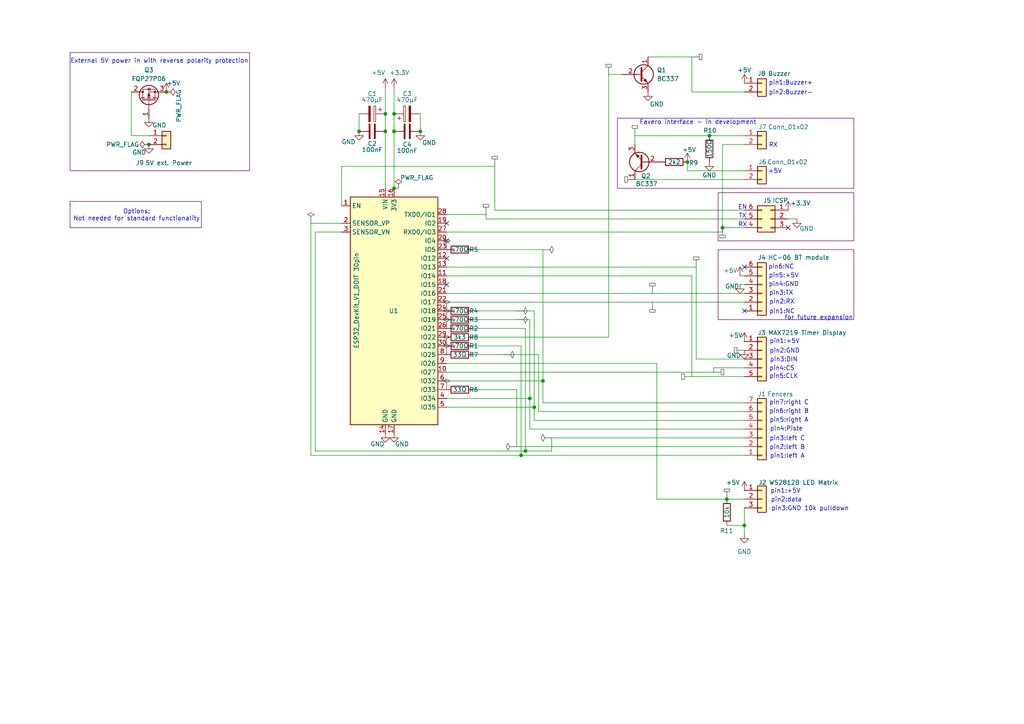
<source format=kicad_sch>
(kicad_sch
	(version 20231120)
	(generator "eeschema")
	(generator_version "8.0")
	(uuid "6f23b28f-35dc-4546-b08f-72b82cccd48b")
	(paper "A4")
	(title_block
		(title "ESP32 Scoring device hardware")
		(date "2025-01-12")
		(rev "1.2 CW")
		(company "Piet Wauters ©2024 GNU3.0")
		(comment 1 "Schematic cleaned up, footprints added, resolved ERC faults, added net classes")
		(comment 2 "added pinouts, reverse voltage protection, imperial measurements for footprint consistency")
		(comment 3 "Renamed R1, R2 for PCB consistency, added ICSP header, 5V input")
		(comment 4 "CHANGELOG")
	)
	(lib_symbols
		(symbol "Connector_Generic:Conn_01x02"
			(pin_names
				(offset 1.016) hide)
			(exclude_from_sim no)
			(in_bom yes)
			(on_board yes)
			(property "Reference" "J"
				(at 0 2.54 0)
				(effects
					(font
						(size 1.27 1.27)
					)
				)
			)
			(property "Value" "Conn_01x02"
				(at 0 -5.08 0)
				(effects
					(font
						(size 1.27 1.27)
					)
				)
			)
			(property "Footprint" ""
				(at 0 0 0)
				(effects
					(font
						(size 1.27 1.27)
					)
					(hide yes)
				)
			)
			(property "Datasheet" "~"
				(at 0 0 0)
				(effects
					(font
						(size 1.27 1.27)
					)
					(hide yes)
				)
			)
			(property "Description" "Generic connector, single row, 01x02, script generated (kicad-library-utils/schlib/autogen/connector/)"
				(at 0 0 0)
				(effects
					(font
						(size 1.27 1.27)
					)
					(hide yes)
				)
			)
			(property "ki_keywords" "connector"
				(at 0 0 0)
				(effects
					(font
						(size 1.27 1.27)
					)
					(hide yes)
				)
			)
			(property "ki_fp_filters" "Connector*:*_1x??_*"
				(at 0 0 0)
				(effects
					(font
						(size 1.27 1.27)
					)
					(hide yes)
				)
			)
			(symbol "Conn_01x02_1_1"
				(rectangle
					(start -1.27 -2.413)
					(end 0 -2.667)
					(stroke
						(width 0.1524)
						(type default)
					)
					(fill
						(type none)
					)
				)
				(rectangle
					(start -1.27 0.127)
					(end 0 -0.127)
					(stroke
						(width 0.1524)
						(type default)
					)
					(fill
						(type none)
					)
				)
				(rectangle
					(start -1.27 1.27)
					(end 1.27 -3.81)
					(stroke
						(width 0.254)
						(type default)
					)
					(fill
						(type background)
					)
				)
				(pin passive line
					(at -5.08 0 0)
					(length 3.81)
					(name "Pin_1"
						(effects
							(font
								(size 1.27 1.27)
							)
						)
					)
					(number "1"
						(effects
							(font
								(size 1.27 1.27)
							)
						)
					)
				)
				(pin passive line
					(at -5.08 -2.54 0)
					(length 3.81)
					(name "Pin_2"
						(effects
							(font
								(size 1.27 1.27)
							)
						)
					)
					(number "2"
						(effects
							(font
								(size 1.27 1.27)
							)
						)
					)
				)
			)
		)
		(symbol "Connector_Generic:Conn_01x03"
			(pin_names
				(offset 1.016) hide)
			(exclude_from_sim no)
			(in_bom yes)
			(on_board yes)
			(property "Reference" "J"
				(at 0 5.08 0)
				(effects
					(font
						(size 1.27 1.27)
					)
				)
			)
			(property "Value" "Conn_01x03"
				(at 0 -5.08 0)
				(effects
					(font
						(size 1.27 1.27)
					)
				)
			)
			(property "Footprint" ""
				(at 0 0 0)
				(effects
					(font
						(size 1.27 1.27)
					)
					(hide yes)
				)
			)
			(property "Datasheet" "~"
				(at 0 0 0)
				(effects
					(font
						(size 1.27 1.27)
					)
					(hide yes)
				)
			)
			(property "Description" "Generic connector, single row, 01x03, script generated (kicad-library-utils/schlib/autogen/connector/)"
				(at 0 0 0)
				(effects
					(font
						(size 1.27 1.27)
					)
					(hide yes)
				)
			)
			(property "ki_keywords" "connector"
				(at 0 0 0)
				(effects
					(font
						(size 1.27 1.27)
					)
					(hide yes)
				)
			)
			(property "ki_fp_filters" "Connector*:*_1x??_*"
				(at 0 0 0)
				(effects
					(font
						(size 1.27 1.27)
					)
					(hide yes)
				)
			)
			(symbol "Conn_01x03_1_1"
				(rectangle
					(start -1.27 -2.413)
					(end 0 -2.667)
					(stroke
						(width 0.1524)
						(type default)
					)
					(fill
						(type none)
					)
				)
				(rectangle
					(start -1.27 0.127)
					(end 0 -0.127)
					(stroke
						(width 0.1524)
						(type default)
					)
					(fill
						(type none)
					)
				)
				(rectangle
					(start -1.27 2.667)
					(end 0 2.413)
					(stroke
						(width 0.1524)
						(type default)
					)
					(fill
						(type none)
					)
				)
				(rectangle
					(start -1.27 3.81)
					(end 1.27 -3.81)
					(stroke
						(width 0.254)
						(type default)
					)
					(fill
						(type background)
					)
				)
				(pin passive line
					(at -5.08 2.54 0)
					(length 3.81)
					(name "Pin_1"
						(effects
							(font
								(size 1.27 1.27)
							)
						)
					)
					(number "1"
						(effects
							(font
								(size 1.27 1.27)
							)
						)
					)
				)
				(pin passive line
					(at -5.08 0 0)
					(length 3.81)
					(name "Pin_2"
						(effects
							(font
								(size 1.27 1.27)
							)
						)
					)
					(number "2"
						(effects
							(font
								(size 1.27 1.27)
							)
						)
					)
				)
				(pin passive line
					(at -5.08 -2.54 0)
					(length 3.81)
					(name "Pin_3"
						(effects
							(font
								(size 1.27 1.27)
							)
						)
					)
					(number "3"
						(effects
							(font
								(size 1.27 1.27)
							)
						)
					)
				)
			)
		)
		(symbol "Connector_Generic:Conn_01x05"
			(pin_names
				(offset 1.016) hide)
			(exclude_from_sim no)
			(in_bom yes)
			(on_board yes)
			(property "Reference" "J"
				(at 0 7.62 0)
				(effects
					(font
						(size 1.27 1.27)
					)
				)
			)
			(property "Value" "Conn_01x05"
				(at 0 -7.62 0)
				(effects
					(font
						(size 1.27 1.27)
					)
				)
			)
			(property "Footprint" ""
				(at 0 0 0)
				(effects
					(font
						(size 1.27 1.27)
					)
					(hide yes)
				)
			)
			(property "Datasheet" "~"
				(at 0 0 0)
				(effects
					(font
						(size 1.27 1.27)
					)
					(hide yes)
				)
			)
			(property "Description" "Generic connector, single row, 01x05, script generated (kicad-library-utils/schlib/autogen/connector/)"
				(at 0 0 0)
				(effects
					(font
						(size 1.27 1.27)
					)
					(hide yes)
				)
			)
			(property "ki_keywords" "connector"
				(at 0 0 0)
				(effects
					(font
						(size 1.27 1.27)
					)
					(hide yes)
				)
			)
			(property "ki_fp_filters" "Connector*:*_1x??_*"
				(at 0 0 0)
				(effects
					(font
						(size 1.27 1.27)
					)
					(hide yes)
				)
			)
			(symbol "Conn_01x05_1_1"
				(rectangle
					(start -1.27 -4.953)
					(end 0 -5.207)
					(stroke
						(width 0.1524)
						(type default)
					)
					(fill
						(type none)
					)
				)
				(rectangle
					(start -1.27 -2.413)
					(end 0 -2.667)
					(stroke
						(width 0.1524)
						(type default)
					)
					(fill
						(type none)
					)
				)
				(rectangle
					(start -1.27 0.127)
					(end 0 -0.127)
					(stroke
						(width 0.1524)
						(type default)
					)
					(fill
						(type none)
					)
				)
				(rectangle
					(start -1.27 2.667)
					(end 0 2.413)
					(stroke
						(width 0.1524)
						(type default)
					)
					(fill
						(type none)
					)
				)
				(rectangle
					(start -1.27 5.207)
					(end 0 4.953)
					(stroke
						(width 0.1524)
						(type default)
					)
					(fill
						(type none)
					)
				)
				(rectangle
					(start -1.27 6.35)
					(end 1.27 -6.35)
					(stroke
						(width 0.254)
						(type default)
					)
					(fill
						(type background)
					)
				)
				(pin passive line
					(at -5.08 5.08 0)
					(length 3.81)
					(name "Pin_1"
						(effects
							(font
								(size 1.27 1.27)
							)
						)
					)
					(number "1"
						(effects
							(font
								(size 1.27 1.27)
							)
						)
					)
				)
				(pin passive line
					(at -5.08 2.54 0)
					(length 3.81)
					(name "Pin_2"
						(effects
							(font
								(size 1.27 1.27)
							)
						)
					)
					(number "2"
						(effects
							(font
								(size 1.27 1.27)
							)
						)
					)
				)
				(pin passive line
					(at -5.08 0 0)
					(length 3.81)
					(name "Pin_3"
						(effects
							(font
								(size 1.27 1.27)
							)
						)
					)
					(number "3"
						(effects
							(font
								(size 1.27 1.27)
							)
						)
					)
				)
				(pin passive line
					(at -5.08 -2.54 0)
					(length 3.81)
					(name "Pin_4"
						(effects
							(font
								(size 1.27 1.27)
							)
						)
					)
					(number "4"
						(effects
							(font
								(size 1.27 1.27)
							)
						)
					)
				)
				(pin passive line
					(at -5.08 -5.08 0)
					(length 3.81)
					(name "Pin_5"
						(effects
							(font
								(size 1.27 1.27)
							)
						)
					)
					(number "5"
						(effects
							(font
								(size 1.27 1.27)
							)
						)
					)
				)
			)
		)
		(symbol "Connector_Generic:Conn_01x06"
			(pin_names
				(offset 1.016) hide)
			(exclude_from_sim no)
			(in_bom yes)
			(on_board yes)
			(property "Reference" "J"
				(at 0 7.62 0)
				(effects
					(font
						(size 1.27 1.27)
					)
				)
			)
			(property "Value" "Conn_01x06"
				(at 0 -10.16 0)
				(effects
					(font
						(size 1.27 1.27)
					)
				)
			)
			(property "Footprint" ""
				(at 0 0 0)
				(effects
					(font
						(size 1.27 1.27)
					)
					(hide yes)
				)
			)
			(property "Datasheet" "~"
				(at 0 0 0)
				(effects
					(font
						(size 1.27 1.27)
					)
					(hide yes)
				)
			)
			(property "Description" "Generic connector, single row, 01x06, script generated (kicad-library-utils/schlib/autogen/connector/)"
				(at 0 0 0)
				(effects
					(font
						(size 1.27 1.27)
					)
					(hide yes)
				)
			)
			(property "ki_keywords" "connector"
				(at 0 0 0)
				(effects
					(font
						(size 1.27 1.27)
					)
					(hide yes)
				)
			)
			(property "ki_fp_filters" "Connector*:*_1x??_*"
				(at 0 0 0)
				(effects
					(font
						(size 1.27 1.27)
					)
					(hide yes)
				)
			)
			(symbol "Conn_01x06_1_1"
				(rectangle
					(start -1.27 -7.493)
					(end 0 -7.747)
					(stroke
						(width 0.1524)
						(type default)
					)
					(fill
						(type none)
					)
				)
				(rectangle
					(start -1.27 -4.953)
					(end 0 -5.207)
					(stroke
						(width 0.1524)
						(type default)
					)
					(fill
						(type none)
					)
				)
				(rectangle
					(start -1.27 -2.413)
					(end 0 -2.667)
					(stroke
						(width 0.1524)
						(type default)
					)
					(fill
						(type none)
					)
				)
				(rectangle
					(start -1.27 0.127)
					(end 0 -0.127)
					(stroke
						(width 0.1524)
						(type default)
					)
					(fill
						(type none)
					)
				)
				(rectangle
					(start -1.27 2.667)
					(end 0 2.413)
					(stroke
						(width 0.1524)
						(type default)
					)
					(fill
						(type none)
					)
				)
				(rectangle
					(start -1.27 5.207)
					(end 0 4.953)
					(stroke
						(width 0.1524)
						(type default)
					)
					(fill
						(type none)
					)
				)
				(rectangle
					(start -1.27 6.35)
					(end 1.27 -8.89)
					(stroke
						(width 0.254)
						(type default)
					)
					(fill
						(type background)
					)
				)
				(pin passive line
					(at -5.08 5.08 0)
					(length 3.81)
					(name "Pin_1"
						(effects
							(font
								(size 1.27 1.27)
							)
						)
					)
					(number "1"
						(effects
							(font
								(size 1.27 1.27)
							)
						)
					)
				)
				(pin passive line
					(at -5.08 2.54 0)
					(length 3.81)
					(name "Pin_2"
						(effects
							(font
								(size 1.27 1.27)
							)
						)
					)
					(number "2"
						(effects
							(font
								(size 1.27 1.27)
							)
						)
					)
				)
				(pin passive line
					(at -5.08 0 0)
					(length 3.81)
					(name "Pin_3"
						(effects
							(font
								(size 1.27 1.27)
							)
						)
					)
					(number "3"
						(effects
							(font
								(size 1.27 1.27)
							)
						)
					)
				)
				(pin passive line
					(at -5.08 -2.54 0)
					(length 3.81)
					(name "Pin_4"
						(effects
							(font
								(size 1.27 1.27)
							)
						)
					)
					(number "4"
						(effects
							(font
								(size 1.27 1.27)
							)
						)
					)
				)
				(pin passive line
					(at -5.08 -5.08 0)
					(length 3.81)
					(name "Pin_5"
						(effects
							(font
								(size 1.27 1.27)
							)
						)
					)
					(number "5"
						(effects
							(font
								(size 1.27 1.27)
							)
						)
					)
				)
				(pin passive line
					(at -5.08 -7.62 0)
					(length 3.81)
					(name "Pin_6"
						(effects
							(font
								(size 1.27 1.27)
							)
						)
					)
					(number "6"
						(effects
							(font
								(size 1.27 1.27)
							)
						)
					)
				)
			)
		)
		(symbol "Connector_Generic:Conn_01x07"
			(pin_names
				(offset 1.016) hide)
			(exclude_from_sim no)
			(in_bom yes)
			(on_board yes)
			(property "Reference" "J"
				(at 0 10.16 0)
				(effects
					(font
						(size 1.27 1.27)
					)
				)
			)
			(property "Value" "Conn_01x07"
				(at 0 -10.16 0)
				(effects
					(font
						(size 1.27 1.27)
					)
				)
			)
			(property "Footprint" ""
				(at 0 0 0)
				(effects
					(font
						(size 1.27 1.27)
					)
					(hide yes)
				)
			)
			(property "Datasheet" "~"
				(at 0 0 0)
				(effects
					(font
						(size 1.27 1.27)
					)
					(hide yes)
				)
			)
			(property "Description" "Generic connector, single row, 01x07, script generated (kicad-library-utils/schlib/autogen/connector/)"
				(at 0 0 0)
				(effects
					(font
						(size 1.27 1.27)
					)
					(hide yes)
				)
			)
			(property "ki_keywords" "connector"
				(at 0 0 0)
				(effects
					(font
						(size 1.27 1.27)
					)
					(hide yes)
				)
			)
			(property "ki_fp_filters" "Connector*:*_1x??_*"
				(at 0 0 0)
				(effects
					(font
						(size 1.27 1.27)
					)
					(hide yes)
				)
			)
			(symbol "Conn_01x07_1_1"
				(rectangle
					(start -1.27 -7.493)
					(end 0 -7.747)
					(stroke
						(width 0.1524)
						(type default)
					)
					(fill
						(type none)
					)
				)
				(rectangle
					(start -1.27 -4.953)
					(end 0 -5.207)
					(stroke
						(width 0.1524)
						(type default)
					)
					(fill
						(type none)
					)
				)
				(rectangle
					(start -1.27 -2.413)
					(end 0 -2.667)
					(stroke
						(width 0.1524)
						(type default)
					)
					(fill
						(type none)
					)
				)
				(rectangle
					(start -1.27 0.127)
					(end 0 -0.127)
					(stroke
						(width 0.1524)
						(type default)
					)
					(fill
						(type none)
					)
				)
				(rectangle
					(start -1.27 2.667)
					(end 0 2.413)
					(stroke
						(width 0.1524)
						(type default)
					)
					(fill
						(type none)
					)
				)
				(rectangle
					(start -1.27 5.207)
					(end 0 4.953)
					(stroke
						(width 0.1524)
						(type default)
					)
					(fill
						(type none)
					)
				)
				(rectangle
					(start -1.27 7.747)
					(end 0 7.493)
					(stroke
						(width 0.1524)
						(type default)
					)
					(fill
						(type none)
					)
				)
				(rectangle
					(start -1.27 8.89)
					(end 1.27 -8.89)
					(stroke
						(width 0.254)
						(type default)
					)
					(fill
						(type background)
					)
				)
				(pin passive line
					(at -5.08 7.62 0)
					(length 3.81)
					(name "Pin_1"
						(effects
							(font
								(size 1.27 1.27)
							)
						)
					)
					(number "1"
						(effects
							(font
								(size 1.27 1.27)
							)
						)
					)
				)
				(pin passive line
					(at -5.08 5.08 0)
					(length 3.81)
					(name "Pin_2"
						(effects
							(font
								(size 1.27 1.27)
							)
						)
					)
					(number "2"
						(effects
							(font
								(size 1.27 1.27)
							)
						)
					)
				)
				(pin passive line
					(at -5.08 2.54 0)
					(length 3.81)
					(name "Pin_3"
						(effects
							(font
								(size 1.27 1.27)
							)
						)
					)
					(number "3"
						(effects
							(font
								(size 1.27 1.27)
							)
						)
					)
				)
				(pin passive line
					(at -5.08 0 0)
					(length 3.81)
					(name "Pin_4"
						(effects
							(font
								(size 1.27 1.27)
							)
						)
					)
					(number "4"
						(effects
							(font
								(size 1.27 1.27)
							)
						)
					)
				)
				(pin passive line
					(at -5.08 -2.54 0)
					(length 3.81)
					(name "Pin_5"
						(effects
							(font
								(size 1.27 1.27)
							)
						)
					)
					(number "5"
						(effects
							(font
								(size 1.27 1.27)
							)
						)
					)
				)
				(pin passive line
					(at -5.08 -5.08 0)
					(length 3.81)
					(name "Pin_6"
						(effects
							(font
								(size 1.27 1.27)
							)
						)
					)
					(number "6"
						(effects
							(font
								(size 1.27 1.27)
							)
						)
					)
				)
				(pin passive line
					(at -5.08 -7.62 0)
					(length 3.81)
					(name "Pin_7"
						(effects
							(font
								(size 1.27 1.27)
							)
						)
					)
					(number "7"
						(effects
							(font
								(size 1.27 1.27)
							)
						)
					)
				)
			)
		)
		(symbol "Connector_Generic:Conn_02x03_Counter_Clockwise"
			(pin_names
				(offset 1.016) hide)
			(exclude_from_sim no)
			(in_bom yes)
			(on_board yes)
			(property "Reference" "J"
				(at 1.27 5.08 0)
				(effects
					(font
						(size 1.27 1.27)
					)
				)
			)
			(property "Value" "Conn_02x03_Counter_Clockwise"
				(at 1.27 -5.08 0)
				(effects
					(font
						(size 1.27 1.27)
					)
				)
			)
			(property "Footprint" ""
				(at 0 0 0)
				(effects
					(font
						(size 1.27 1.27)
					)
					(hide yes)
				)
			)
			(property "Datasheet" "~"
				(at 0 0 0)
				(effects
					(font
						(size 1.27 1.27)
					)
					(hide yes)
				)
			)
			(property "Description" "Generic connector, double row, 02x03, counter clockwise pin numbering scheme (similar to DIP package numbering), script generated (kicad-library-utils/schlib/autogen/connector/)"
				(at 0 0 0)
				(effects
					(font
						(size 1.27 1.27)
					)
					(hide yes)
				)
			)
			(property "ki_keywords" "connector"
				(at 0 0 0)
				(effects
					(font
						(size 1.27 1.27)
					)
					(hide yes)
				)
			)
			(property "ki_fp_filters" "Connector*:*_2x??_*"
				(at 0 0 0)
				(effects
					(font
						(size 1.27 1.27)
					)
					(hide yes)
				)
			)
			(symbol "Conn_02x03_Counter_Clockwise_1_1"
				(rectangle
					(start -1.27 -2.413)
					(end 0 -2.667)
					(stroke
						(width 0.1524)
						(type default)
					)
					(fill
						(type none)
					)
				)
				(rectangle
					(start -1.27 0.127)
					(end 0 -0.127)
					(stroke
						(width 0.1524)
						(type default)
					)
					(fill
						(type none)
					)
				)
				(rectangle
					(start -1.27 2.667)
					(end 0 2.413)
					(stroke
						(width 0.1524)
						(type default)
					)
					(fill
						(type none)
					)
				)
				(rectangle
					(start -1.27 3.81)
					(end 3.81 -3.81)
					(stroke
						(width 0.254)
						(type default)
					)
					(fill
						(type background)
					)
				)
				(rectangle
					(start 3.81 -2.413)
					(end 2.54 -2.667)
					(stroke
						(width 0.1524)
						(type default)
					)
					(fill
						(type none)
					)
				)
				(rectangle
					(start 3.81 0.127)
					(end 2.54 -0.127)
					(stroke
						(width 0.1524)
						(type default)
					)
					(fill
						(type none)
					)
				)
				(rectangle
					(start 3.81 2.667)
					(end 2.54 2.413)
					(stroke
						(width 0.1524)
						(type default)
					)
					(fill
						(type none)
					)
				)
				(pin passive line
					(at -5.08 2.54 0)
					(length 3.81)
					(name "Pin_1"
						(effects
							(font
								(size 1.27 1.27)
							)
						)
					)
					(number "1"
						(effects
							(font
								(size 1.27 1.27)
							)
						)
					)
				)
				(pin passive line
					(at -5.08 0 0)
					(length 3.81)
					(name "Pin_2"
						(effects
							(font
								(size 1.27 1.27)
							)
						)
					)
					(number "2"
						(effects
							(font
								(size 1.27 1.27)
							)
						)
					)
				)
				(pin passive line
					(at -5.08 -2.54 0)
					(length 3.81)
					(name "Pin_3"
						(effects
							(font
								(size 1.27 1.27)
							)
						)
					)
					(number "3"
						(effects
							(font
								(size 1.27 1.27)
							)
						)
					)
				)
				(pin passive line
					(at 7.62 -2.54 180)
					(length 3.81)
					(name "Pin_4"
						(effects
							(font
								(size 1.27 1.27)
							)
						)
					)
					(number "4"
						(effects
							(font
								(size 1.27 1.27)
							)
						)
					)
				)
				(pin passive line
					(at 7.62 0 180)
					(length 3.81)
					(name "Pin_5"
						(effects
							(font
								(size 1.27 1.27)
							)
						)
					)
					(number "5"
						(effects
							(font
								(size 1.27 1.27)
							)
						)
					)
				)
				(pin passive line
					(at 7.62 2.54 180)
					(length 3.81)
					(name "Pin_6"
						(effects
							(font
								(size 1.27 1.27)
							)
						)
					)
					(number "6"
						(effects
							(font
								(size 1.27 1.27)
							)
						)
					)
				)
			)
		)
		(symbol "Device:C"
			(pin_numbers hide)
			(pin_names
				(offset 0.254)
			)
			(exclude_from_sim no)
			(in_bom yes)
			(on_board yes)
			(property "Reference" "C"
				(at 0.635 2.54 0)
				(effects
					(font
						(size 1.27 1.27)
					)
					(justify left)
				)
			)
			(property "Value" "C"
				(at 0.635 -2.54 0)
				(effects
					(font
						(size 1.27 1.27)
					)
					(justify left)
				)
			)
			(property "Footprint" ""
				(at 0.9652 -3.81 0)
				(effects
					(font
						(size 1.27 1.27)
					)
					(hide yes)
				)
			)
			(property "Datasheet" "~"
				(at 0 0 0)
				(effects
					(font
						(size 1.27 1.27)
					)
					(hide yes)
				)
			)
			(property "Description" "Unpolarized capacitor"
				(at 0 0 0)
				(effects
					(font
						(size 1.27 1.27)
					)
					(hide yes)
				)
			)
			(property "ki_keywords" "cap capacitor"
				(at 0 0 0)
				(effects
					(font
						(size 1.27 1.27)
					)
					(hide yes)
				)
			)
			(property "ki_fp_filters" "C_*"
				(at 0 0 0)
				(effects
					(font
						(size 1.27 1.27)
					)
					(hide yes)
				)
			)
			(symbol "C_0_1"
				(polyline
					(pts
						(xy -2.032 -0.762) (xy 2.032 -0.762)
					)
					(stroke
						(width 0.508)
						(type default)
					)
					(fill
						(type none)
					)
				)
				(polyline
					(pts
						(xy -2.032 0.762) (xy 2.032 0.762)
					)
					(stroke
						(width 0.508)
						(type default)
					)
					(fill
						(type none)
					)
				)
			)
			(symbol "C_1_1"
				(pin passive line
					(at 0 3.81 270)
					(length 2.794)
					(name "~"
						(effects
							(font
								(size 1.27 1.27)
							)
						)
					)
					(number "1"
						(effects
							(font
								(size 1.27 1.27)
							)
						)
					)
				)
				(pin passive line
					(at 0 -3.81 90)
					(length 2.794)
					(name "~"
						(effects
							(font
								(size 1.27 1.27)
							)
						)
					)
					(number "2"
						(effects
							(font
								(size 1.27 1.27)
							)
						)
					)
				)
			)
		)
		(symbol "Device:C_Polarized"
			(pin_numbers hide)
			(pin_names
				(offset 0.254)
			)
			(exclude_from_sim no)
			(in_bom yes)
			(on_board yes)
			(property "Reference" "C"
				(at 0.635 2.54 0)
				(effects
					(font
						(size 1.27 1.27)
					)
					(justify left)
				)
			)
			(property "Value" "C_Polarized"
				(at 0.635 -2.54 0)
				(effects
					(font
						(size 1.27 1.27)
					)
					(justify left)
				)
			)
			(property "Footprint" ""
				(at 0.9652 -3.81 0)
				(effects
					(font
						(size 1.27 1.27)
					)
					(hide yes)
				)
			)
			(property "Datasheet" "~"
				(at 0 0 0)
				(effects
					(font
						(size 1.27 1.27)
					)
					(hide yes)
				)
			)
			(property "Description" "Polarized capacitor"
				(at 0 0 0)
				(effects
					(font
						(size 1.27 1.27)
					)
					(hide yes)
				)
			)
			(property "ki_keywords" "cap capacitor"
				(at 0 0 0)
				(effects
					(font
						(size 1.27 1.27)
					)
					(hide yes)
				)
			)
			(property "ki_fp_filters" "CP_*"
				(at 0 0 0)
				(effects
					(font
						(size 1.27 1.27)
					)
					(hide yes)
				)
			)
			(symbol "C_Polarized_0_1"
				(rectangle
					(start -2.286 0.508)
					(end 2.286 1.016)
					(stroke
						(width 0)
						(type default)
					)
					(fill
						(type none)
					)
				)
				(polyline
					(pts
						(xy -1.778 2.286) (xy -0.762 2.286)
					)
					(stroke
						(width 0)
						(type default)
					)
					(fill
						(type none)
					)
				)
				(polyline
					(pts
						(xy -1.27 2.794) (xy -1.27 1.778)
					)
					(stroke
						(width 0)
						(type default)
					)
					(fill
						(type none)
					)
				)
				(rectangle
					(start 2.286 -0.508)
					(end -2.286 -1.016)
					(stroke
						(width 0)
						(type default)
					)
					(fill
						(type outline)
					)
				)
			)
			(symbol "C_Polarized_1_1"
				(pin passive line
					(at 0 3.81 270)
					(length 2.794)
					(name "~"
						(effects
							(font
								(size 1.27 1.27)
							)
						)
					)
					(number "1"
						(effects
							(font
								(size 1.27 1.27)
							)
						)
					)
				)
				(pin passive line
					(at 0 -3.81 90)
					(length 2.794)
					(name "~"
						(effects
							(font
								(size 1.27 1.27)
							)
						)
					)
					(number "2"
						(effects
							(font
								(size 1.27 1.27)
							)
						)
					)
				)
			)
		)
		(symbol "Device:R"
			(pin_numbers hide)
			(pin_names
				(offset 0)
			)
			(exclude_from_sim no)
			(in_bom yes)
			(on_board yes)
			(property "Reference" "R"
				(at 2.032 0 90)
				(effects
					(font
						(size 1.27 1.27)
					)
				)
			)
			(property "Value" "R"
				(at 0 0 90)
				(effects
					(font
						(size 1.27 1.27)
					)
				)
			)
			(property "Footprint" ""
				(at -1.778 0 90)
				(effects
					(font
						(size 1.27 1.27)
					)
					(hide yes)
				)
			)
			(property "Datasheet" "~"
				(at 0 0 0)
				(effects
					(font
						(size 1.27 1.27)
					)
					(hide yes)
				)
			)
			(property "Description" "Resistor"
				(at 0 0 0)
				(effects
					(font
						(size 1.27 1.27)
					)
					(hide yes)
				)
			)
			(property "ki_keywords" "R res resistor"
				(at 0 0 0)
				(effects
					(font
						(size 1.27 1.27)
					)
					(hide yes)
				)
			)
			(property "ki_fp_filters" "R_*"
				(at 0 0 0)
				(effects
					(font
						(size 1.27 1.27)
					)
					(hide yes)
				)
			)
			(symbol "R_0_1"
				(rectangle
					(start -1.016 -2.54)
					(end 1.016 2.54)
					(stroke
						(width 0.254)
						(type default)
					)
					(fill
						(type none)
					)
				)
			)
			(symbol "R_1_1"
				(pin passive line
					(at 0 3.81 270)
					(length 1.27)
					(name "~"
						(effects
							(font
								(size 1.27 1.27)
							)
						)
					)
					(number "1"
						(effects
							(font
								(size 1.27 1.27)
							)
						)
					)
				)
				(pin passive line
					(at 0 -3.81 90)
					(length 1.27)
					(name "~"
						(effects
							(font
								(size 1.27 1.27)
							)
						)
					)
					(number "2"
						(effects
							(font
								(size 1.27 1.27)
							)
						)
					)
				)
			)
		)
		(symbol "ESP32_DevKit_V1_DOIT:ESP32_DevKit_V1_DOIT"
			(exclude_from_sim no)
			(in_bom yes)
			(on_board yes)
			(property "Reference" "U"
				(at -11.43 34.29 0)
				(effects
					(font
						(size 1.27 1.27)
					)
				)
			)
			(property "Value" "ESP32_DevKit_V1_DOIT"
				(at 11.43 34.29 0)
				(effects
					(font
						(size 1.27 1.27)
					)
				)
			)
			(property "Footprint" "ESP32_DevKit_V1_DOIT:esp32_devkit_v1_doit"
				(at -11.43 34.29 0)
				(effects
					(font
						(size 1.27 1.27)
					)
					(hide yes)
				)
			)
			(property "Datasheet" "https://aliexpress.com/item/32864722159.html"
				(at -11.43 34.29 0)
				(effects
					(font
						(size 1.27 1.27)
					)
					(hide yes)
				)
			)
			(property "Description" "32-bit microcontroller module with WiFi and Bluetooth"
				(at 0 0 0)
				(effects
					(font
						(size 1.27 1.27)
					)
					(hide yes)
				)
			)
			(property "ki_keywords" "ESP32-WROOM-32 WiFi and Bluetooth microcontroller"
				(at 0 0 0)
				(effects
					(font
						(size 1.27 1.27)
					)
					(hide yes)
				)
			)
			(property "ki_fp_filters" "esp32?devkit?v1?doit*"
				(at 0 0 0)
				(effects
					(font
						(size 1.27 1.27)
					)
					(hide yes)
				)
			)
			(symbol "ESP32_DevKit_V1_DOIT_1_1"
				(rectangle
					(start -12.7 33.02)
					(end 12.7 -33.02)
					(stroke
						(width 0.254)
						(type default)
					)
					(fill
						(type background)
					)
				)
				(pin input line
					(at -15.24 30.48 0)
					(length 2.54)
					(name "EN"
						(effects
							(font
								(size 1.27 1.27)
							)
						)
					)
					(number "1"
						(effects
							(font
								(size 1.27 1.27)
							)
						)
					)
				)
				(pin bidirectional line
					(at 15.24 -17.78 180)
					(length 2.54)
					(name "IO27"
						(effects
							(font
								(size 1.27 1.27)
							)
						)
					)
					(number "10"
						(effects
							(font
								(size 1.27 1.27)
							)
						)
					)
				)
				(pin bidirectional line
					(at 15.24 10.16 180)
					(length 2.54)
					(name "IO14"
						(effects
							(font
								(size 1.27 1.27)
							)
						)
					)
					(number "11"
						(effects
							(font
								(size 1.27 1.27)
							)
						)
					)
				)
				(pin bidirectional line
					(at 15.24 15.24 180)
					(length 2.54)
					(name "IO12"
						(effects
							(font
								(size 1.27 1.27)
							)
						)
					)
					(number "12"
						(effects
							(font
								(size 1.27 1.27)
							)
						)
					)
				)
				(pin bidirectional line
					(at 15.24 12.7 180)
					(length 2.54)
					(name "IO13"
						(effects
							(font
								(size 1.27 1.27)
							)
						)
					)
					(number "13"
						(effects
							(font
								(size 1.27 1.27)
							)
						)
					)
				)
				(pin power_in line
					(at -2.54 -35.56 90)
					(length 2.54)
					(name "GND"
						(effects
							(font
								(size 1.27 1.27)
							)
						)
					)
					(number "14"
						(effects
							(font
								(size 1.27 1.27)
							)
						)
					)
				)
				(pin power_in line
					(at -2.54 35.56 270)
					(length 2.54)
					(name "VIN"
						(effects
							(font
								(size 1.27 1.27)
							)
						)
					)
					(number "15"
						(effects
							(font
								(size 1.27 1.27)
							)
						)
					)
				)
				(pin power_in line
					(at 0 35.56 270)
					(length 2.54)
					(name "3V3"
						(effects
							(font
								(size 1.27 1.27)
							)
						)
					)
					(number "16"
						(effects
							(font
								(size 1.27 1.27)
							)
						)
					)
				)
				(pin power_in line
					(at 0 -35.56 90)
					(length 2.54)
					(name "GND"
						(effects
							(font
								(size 1.27 1.27)
							)
						)
					)
					(number "17"
						(effects
							(font
								(size 1.27 1.27)
							)
						)
					)
				)
				(pin bidirectional line
					(at 15.24 7.62 180)
					(length 2.54)
					(name "IO15"
						(effects
							(font
								(size 1.27 1.27)
							)
						)
					)
					(number "18"
						(effects
							(font
								(size 1.27 1.27)
							)
						)
					)
				)
				(pin bidirectional line
					(at 15.24 25.4 180)
					(length 2.54)
					(name "IO2"
						(effects
							(font
								(size 1.27 1.27)
							)
						)
					)
					(number "19"
						(effects
							(font
								(size 1.27 1.27)
							)
						)
					)
				)
				(pin input line
					(at -15.24 25.4 0)
					(length 2.54)
					(name "SENSOR_VP"
						(effects
							(font
								(size 1.27 1.27)
							)
						)
					)
					(number "2"
						(effects
							(font
								(size 1.27 1.27)
							)
						)
					)
				)
				(pin bidirectional line
					(at 15.24 20.32 180)
					(length 2.54)
					(name "IO4"
						(effects
							(font
								(size 1.27 1.27)
							)
						)
					)
					(number "20"
						(effects
							(font
								(size 1.27 1.27)
							)
						)
					)
				)
				(pin bidirectional line
					(at 15.24 5.08 180)
					(length 2.54)
					(name "IO16"
						(effects
							(font
								(size 1.27 1.27)
							)
						)
					)
					(number "21"
						(effects
							(font
								(size 1.27 1.27)
							)
						)
					)
				)
				(pin bidirectional line
					(at 15.24 2.54 180)
					(length 2.54)
					(name "IO17"
						(effects
							(font
								(size 1.27 1.27)
							)
						)
					)
					(number "22"
						(effects
							(font
								(size 1.27 1.27)
							)
						)
					)
				)
				(pin bidirectional line
					(at 15.24 17.78 180)
					(length 2.54)
					(name "IO5"
						(effects
							(font
								(size 1.27 1.27)
							)
						)
					)
					(number "23"
						(effects
							(font
								(size 1.27 1.27)
							)
						)
					)
				)
				(pin bidirectional line
					(at 15.24 0 180)
					(length 2.54)
					(name "IO18"
						(effects
							(font
								(size 1.27 1.27)
							)
						)
					)
					(number "24"
						(effects
							(font
								(size 1.27 1.27)
							)
						)
					)
				)
				(pin bidirectional line
					(at 15.24 -2.54 180)
					(length 2.54)
					(name "IO19"
						(effects
							(font
								(size 1.27 1.27)
							)
						)
					)
					(number "25"
						(effects
							(font
								(size 1.27 1.27)
							)
						)
					)
				)
				(pin bidirectional line
					(at 15.24 -5.08 180)
					(length 2.54)
					(name "IO21"
						(effects
							(font
								(size 1.27 1.27)
							)
						)
					)
					(number "26"
						(effects
							(font
								(size 1.27 1.27)
							)
						)
					)
				)
				(pin bidirectional line
					(at 15.24 22.86 180)
					(length 2.54)
					(name "RXD0/IO3"
						(effects
							(font
								(size 1.27 1.27)
							)
						)
					)
					(number "27"
						(effects
							(font
								(size 1.27 1.27)
							)
						)
					)
				)
				(pin bidirectional line
					(at 15.24 27.94 180)
					(length 2.54)
					(name "TXD0/IO1"
						(effects
							(font
								(size 1.27 1.27)
							)
						)
					)
					(number "28"
						(effects
							(font
								(size 1.27 1.27)
							)
						)
					)
				)
				(pin bidirectional line
					(at 15.24 -7.62 180)
					(length 2.54)
					(name "IO22"
						(effects
							(font
								(size 1.27 1.27)
							)
						)
					)
					(number "29"
						(effects
							(font
								(size 1.27 1.27)
							)
						)
					)
				)
				(pin input line
					(at -15.24 22.86 0)
					(length 2.54)
					(name "SENSOR_VN"
						(effects
							(font
								(size 1.27 1.27)
							)
						)
					)
					(number "3"
						(effects
							(font
								(size 1.27 1.27)
							)
						)
					)
				)
				(pin bidirectional line
					(at 15.24 -10.16 180)
					(length 2.54)
					(name "IO23"
						(effects
							(font
								(size 1.27 1.27)
							)
						)
					)
					(number "30"
						(effects
							(font
								(size 1.27 1.27)
							)
						)
					)
				)
				(pin input line
					(at 15.24 -25.4 180)
					(length 2.54)
					(name "IO34"
						(effects
							(font
								(size 1.27 1.27)
							)
						)
					)
					(number "4"
						(effects
							(font
								(size 1.27 1.27)
							)
						)
					)
				)
				(pin input line
					(at 15.24 -27.94 180)
					(length 2.54)
					(name "IO35"
						(effects
							(font
								(size 1.27 1.27)
							)
						)
					)
					(number "5"
						(effects
							(font
								(size 1.27 1.27)
							)
						)
					)
				)
				(pin bidirectional line
					(at 15.24 -20.32 180)
					(length 2.54)
					(name "IO32"
						(effects
							(font
								(size 1.27 1.27)
							)
						)
					)
					(number "6"
						(effects
							(font
								(size 1.27 1.27)
							)
						)
					)
				)
				(pin bidirectional line
					(at 15.24 -22.86 180)
					(length 2.54)
					(name "IO33"
						(effects
							(font
								(size 1.27 1.27)
							)
						)
					)
					(number "7"
						(effects
							(font
								(size 1.27 1.27)
							)
						)
					)
				)
				(pin bidirectional line
					(at 15.24 -12.7 180)
					(length 2.54)
					(name "IO25"
						(effects
							(font
								(size 1.27 1.27)
							)
						)
					)
					(number "8"
						(effects
							(font
								(size 1.27 1.27)
							)
						)
					)
				)
				(pin bidirectional line
					(at 15.24 -15.24 180)
					(length 2.54)
					(name "IO26"
						(effects
							(font
								(size 1.27 1.27)
							)
						)
					)
					(number "9"
						(effects
							(font
								(size 1.27 1.27)
							)
						)
					)
				)
			)
		)
		(symbol "Transistor_BJT:BC337"
			(pin_names
				(offset 0) hide)
			(exclude_from_sim no)
			(in_bom yes)
			(on_board yes)
			(property "Reference" "Q"
				(at 5.08 1.905 0)
				(effects
					(font
						(size 1.27 1.27)
					)
					(justify left)
				)
			)
			(property "Value" "BC337"
				(at 5.08 0 0)
				(effects
					(font
						(size 1.27 1.27)
					)
					(justify left)
				)
			)
			(property "Footprint" "Package_TO_SOT_THT:TO-92_Inline"
				(at 5.08 -1.905 0)
				(effects
					(font
						(size 1.27 1.27)
						(italic yes)
					)
					(justify left)
					(hide yes)
				)
			)
			(property "Datasheet" "https://diotec.com/tl_files/diotec/files/pdf/datasheets/bc337.pdf"
				(at 0 0 0)
				(effects
					(font
						(size 1.27 1.27)
					)
					(justify left)
					(hide yes)
				)
			)
			(property "Description" "0.8A Ic, 45V Vce, NPN Transistor, TO-92"
				(at 0 0 0)
				(effects
					(font
						(size 1.27 1.27)
					)
					(hide yes)
				)
			)
			(property "ki_keywords" "NPN Transistor"
				(at 0 0 0)
				(effects
					(font
						(size 1.27 1.27)
					)
					(hide yes)
				)
			)
			(property "ki_fp_filters" "TO?92*"
				(at 0 0 0)
				(effects
					(font
						(size 1.27 1.27)
					)
					(hide yes)
				)
			)
			(symbol "BC337_0_1"
				(polyline
					(pts
						(xy 0 0) (xy 0.635 0)
					)
					(stroke
						(width 0)
						(type default)
					)
					(fill
						(type none)
					)
				)
				(polyline
					(pts
						(xy 0.635 0.635) (xy 2.54 2.54)
					)
					(stroke
						(width 0)
						(type default)
					)
					(fill
						(type none)
					)
				)
				(polyline
					(pts
						(xy 0.635 -0.635) (xy 2.54 -2.54) (xy 2.54 -2.54)
					)
					(stroke
						(width 0)
						(type default)
					)
					(fill
						(type none)
					)
				)
				(polyline
					(pts
						(xy 0.635 1.905) (xy 0.635 -1.905) (xy 0.635 -1.905)
					)
					(stroke
						(width 0.508)
						(type default)
					)
					(fill
						(type none)
					)
				)
				(polyline
					(pts
						(xy 1.27 -1.778) (xy 1.778 -1.27) (xy 2.286 -2.286) (xy 1.27 -1.778) (xy 1.27 -1.778)
					)
					(stroke
						(width 0)
						(type default)
					)
					(fill
						(type outline)
					)
				)
				(circle
					(center 1.27 0)
					(radius 2.8194)
					(stroke
						(width 0.254)
						(type default)
					)
					(fill
						(type none)
					)
				)
			)
			(symbol "BC337_1_1"
				(pin passive line
					(at 2.54 5.08 270)
					(length 2.54)
					(name "C"
						(effects
							(font
								(size 1.27 1.27)
							)
						)
					)
					(number "1"
						(effects
							(font
								(size 1.27 1.27)
							)
						)
					)
				)
				(pin input line
					(at -5.08 0 0)
					(length 5.08)
					(name "B"
						(effects
							(font
								(size 1.27 1.27)
							)
						)
					)
					(number "2"
						(effects
							(font
								(size 1.27 1.27)
							)
						)
					)
				)
				(pin passive line
					(at 2.54 -5.08 90)
					(length 2.54)
					(name "E"
						(effects
							(font
								(size 1.27 1.27)
							)
						)
					)
					(number "3"
						(effects
							(font
								(size 1.27 1.27)
							)
						)
					)
				)
			)
		)
		(symbol "Transistor_FET:FQP27P06"
			(pin_names hide)
			(exclude_from_sim no)
			(in_bom yes)
			(on_board yes)
			(property "Reference" "Q"
				(at 5.08 1.905 0)
				(effects
					(font
						(size 1.27 1.27)
					)
					(justify left)
				)
			)
			(property "Value" "FQP27P06"
				(at 5.08 0 0)
				(effects
					(font
						(size 1.27 1.27)
					)
					(justify left)
				)
			)
			(property "Footprint" "Package_TO_SOT_THT:TO-220-3_Vertical"
				(at 5.08 -1.905 0)
				(effects
					(font
						(size 1.27 1.27)
						(italic yes)
					)
					(justify left)
					(hide yes)
				)
			)
			(property "Datasheet" "https://www.onsemi.com/pub/Collateral/FQP27P06-D.PDF"
				(at 5.08 -3.81 0)
				(effects
					(font
						(size 1.27 1.27)
					)
					(justify left)
					(hide yes)
				)
			)
			(property "Description" "-27A Id, -60V Vds, QFET P-Channel MOSFET, TO-220"
				(at 0 0 0)
				(effects
					(font
						(size 1.27 1.27)
					)
					(hide yes)
				)
			)
			(property "ki_keywords" "QFET P-Channel MOSFET"
				(at 0 0 0)
				(effects
					(font
						(size 1.27 1.27)
					)
					(hide yes)
				)
			)
			(property "ki_fp_filters" "TO?220*"
				(at 0 0 0)
				(effects
					(font
						(size 1.27 1.27)
					)
					(hide yes)
				)
			)
			(symbol "FQP27P06_0_1"
				(polyline
					(pts
						(xy 0.254 0) (xy -2.54 0)
					)
					(stroke
						(width 0)
						(type default)
					)
					(fill
						(type none)
					)
				)
				(polyline
					(pts
						(xy 0.254 1.905) (xy 0.254 -1.905)
					)
					(stroke
						(width 0.254)
						(type default)
					)
					(fill
						(type none)
					)
				)
				(polyline
					(pts
						(xy 0.762 -1.27) (xy 0.762 -2.286)
					)
					(stroke
						(width 0.254)
						(type default)
					)
					(fill
						(type none)
					)
				)
				(polyline
					(pts
						(xy 0.762 0.508) (xy 0.762 -0.508)
					)
					(stroke
						(width 0.254)
						(type default)
					)
					(fill
						(type none)
					)
				)
				(polyline
					(pts
						(xy 0.762 2.286) (xy 0.762 1.27)
					)
					(stroke
						(width 0.254)
						(type default)
					)
					(fill
						(type none)
					)
				)
				(polyline
					(pts
						(xy 2.54 2.54) (xy 2.54 1.778)
					)
					(stroke
						(width 0)
						(type default)
					)
					(fill
						(type none)
					)
				)
				(polyline
					(pts
						(xy 2.54 -2.54) (xy 2.54 0) (xy 0.762 0)
					)
					(stroke
						(width 0)
						(type default)
					)
					(fill
						(type none)
					)
				)
				(polyline
					(pts
						(xy 0.762 1.778) (xy 3.302 1.778) (xy 3.302 -1.778) (xy 0.762 -1.778)
					)
					(stroke
						(width 0)
						(type default)
					)
					(fill
						(type none)
					)
				)
				(polyline
					(pts
						(xy 2.286 0) (xy 1.27 0.381) (xy 1.27 -0.381) (xy 2.286 0)
					)
					(stroke
						(width 0)
						(type default)
					)
					(fill
						(type outline)
					)
				)
				(polyline
					(pts
						(xy 2.794 -0.508) (xy 2.921 -0.381) (xy 3.683 -0.381) (xy 3.81 -0.254)
					)
					(stroke
						(width 0)
						(type default)
					)
					(fill
						(type none)
					)
				)
				(polyline
					(pts
						(xy 3.302 -0.381) (xy 2.921 0.254) (xy 3.683 0.254) (xy 3.302 -0.381)
					)
					(stroke
						(width 0)
						(type default)
					)
					(fill
						(type none)
					)
				)
				(circle
					(center 1.651 0)
					(radius 2.794)
					(stroke
						(width 0.254)
						(type default)
					)
					(fill
						(type none)
					)
				)
				(circle
					(center 2.54 -1.778)
					(radius 0.254)
					(stroke
						(width 0)
						(type default)
					)
					(fill
						(type outline)
					)
				)
				(circle
					(center 2.54 1.778)
					(radius 0.254)
					(stroke
						(width 0)
						(type default)
					)
					(fill
						(type outline)
					)
				)
			)
			(symbol "FQP27P06_1_1"
				(pin input line
					(at -5.08 0 0)
					(length 2.54)
					(name "G"
						(effects
							(font
								(size 1.27 1.27)
							)
						)
					)
					(number "1"
						(effects
							(font
								(size 1.27 1.27)
							)
						)
					)
				)
				(pin passive line
					(at 2.54 5.08 270)
					(length 2.54)
					(name "D"
						(effects
							(font
								(size 1.27 1.27)
							)
						)
					)
					(number "2"
						(effects
							(font
								(size 1.27 1.27)
							)
						)
					)
				)
				(pin passive line
					(at 2.54 -5.08 90)
					(length 2.54)
					(name "S"
						(effects
							(font
								(size 1.27 1.27)
							)
						)
					)
					(number "3"
						(effects
							(font
								(size 1.27 1.27)
							)
						)
					)
				)
			)
		)
		(symbol "power:+3.3V"
			(power)
			(pin_numbers hide)
			(pin_names
				(offset 0) hide)
			(exclude_from_sim no)
			(in_bom yes)
			(on_board yes)
			(property "Reference" "#PWR"
				(at 0 -3.81 0)
				(effects
					(font
						(size 1.27 1.27)
					)
					(hide yes)
				)
			)
			(property "Value" "+3.3V"
				(at 0 3.556 0)
				(effects
					(font
						(size 1.27 1.27)
					)
				)
			)
			(property "Footprint" ""
				(at 0 0 0)
				(effects
					(font
						(size 1.27 1.27)
					)
					(hide yes)
				)
			)
			(property "Datasheet" ""
				(at 0 0 0)
				(effects
					(font
						(size 1.27 1.27)
					)
					(hide yes)
				)
			)
			(property "Description" "Power symbol creates a global label with name \"+3.3V\""
				(at 0 0 0)
				(effects
					(font
						(size 1.27 1.27)
					)
					(hide yes)
				)
			)
			(property "ki_keywords" "global power"
				(at 0 0 0)
				(effects
					(font
						(size 1.27 1.27)
					)
					(hide yes)
				)
			)
			(symbol "+3.3V_0_1"
				(polyline
					(pts
						(xy -0.762 1.27) (xy 0 2.54)
					)
					(stroke
						(width 0)
						(type default)
					)
					(fill
						(type none)
					)
				)
				(polyline
					(pts
						(xy 0 0) (xy 0 2.54)
					)
					(stroke
						(width 0)
						(type default)
					)
					(fill
						(type none)
					)
				)
				(polyline
					(pts
						(xy 0 2.54) (xy 0.762 1.27)
					)
					(stroke
						(width 0)
						(type default)
					)
					(fill
						(type none)
					)
				)
			)
			(symbol "+3.3V_1_1"
				(pin power_in line
					(at 0 0 90)
					(length 0)
					(name "~"
						(effects
							(font
								(size 1.27 1.27)
							)
						)
					)
					(number "1"
						(effects
							(font
								(size 1.27 1.27)
							)
						)
					)
				)
			)
		)
		(symbol "power:+5V"
			(power)
			(pin_numbers hide)
			(pin_names
				(offset 0) hide)
			(exclude_from_sim no)
			(in_bom yes)
			(on_board yes)
			(property "Reference" "#PWR"
				(at 0 -3.81 0)
				(effects
					(font
						(size 1.27 1.27)
					)
					(hide yes)
				)
			)
			(property "Value" "+5V"
				(at 0 3.556 0)
				(effects
					(font
						(size 1.27 1.27)
					)
				)
			)
			(property "Footprint" ""
				(at 0 0 0)
				(effects
					(font
						(size 1.27 1.27)
					)
					(hide yes)
				)
			)
			(property "Datasheet" ""
				(at 0 0 0)
				(effects
					(font
						(size 1.27 1.27)
					)
					(hide yes)
				)
			)
			(property "Description" "Power symbol creates a global label with name \"+5V\""
				(at 0 0 0)
				(effects
					(font
						(size 1.27 1.27)
					)
					(hide yes)
				)
			)
			(property "ki_keywords" "global power"
				(at 0 0 0)
				(effects
					(font
						(size 1.27 1.27)
					)
					(hide yes)
				)
			)
			(symbol "+5V_0_1"
				(polyline
					(pts
						(xy -0.762 1.27) (xy 0 2.54)
					)
					(stroke
						(width 0)
						(type default)
					)
					(fill
						(type none)
					)
				)
				(polyline
					(pts
						(xy 0 0) (xy 0 2.54)
					)
					(stroke
						(width 0)
						(type default)
					)
					(fill
						(type none)
					)
				)
				(polyline
					(pts
						(xy 0 2.54) (xy 0.762 1.27)
					)
					(stroke
						(width 0)
						(type default)
					)
					(fill
						(type none)
					)
				)
			)
			(symbol "+5V_1_1"
				(pin power_in line
					(at 0 0 90)
					(length 0)
					(name "~"
						(effects
							(font
								(size 1.27 1.27)
							)
						)
					)
					(number "1"
						(effects
							(font
								(size 1.27 1.27)
							)
						)
					)
				)
			)
		)
		(symbol "power:GND"
			(power)
			(pin_numbers hide)
			(pin_names
				(offset 0) hide)
			(exclude_from_sim no)
			(in_bom yes)
			(on_board yes)
			(property "Reference" "#PWR"
				(at 0 -6.35 0)
				(effects
					(font
						(size 1.27 1.27)
					)
					(hide yes)
				)
			)
			(property "Value" "GND"
				(at 0 -3.81 0)
				(effects
					(font
						(size 1.27 1.27)
					)
				)
			)
			(property "Footprint" ""
				(at 0 0 0)
				(effects
					(font
						(size 1.27 1.27)
					)
					(hide yes)
				)
			)
			(property "Datasheet" ""
				(at 0 0 0)
				(effects
					(font
						(size 1.27 1.27)
					)
					(hide yes)
				)
			)
			(property "Description" "Power symbol creates a global label with name \"GND\" , ground"
				(at 0 0 0)
				(effects
					(font
						(size 1.27 1.27)
					)
					(hide yes)
				)
			)
			(property "ki_keywords" "global power"
				(at 0 0 0)
				(effects
					(font
						(size 1.27 1.27)
					)
					(hide yes)
				)
			)
			(symbol "GND_0_1"
				(polyline
					(pts
						(xy 0 0) (xy 0 -1.27) (xy 1.27 -1.27) (xy 0 -2.54) (xy -1.27 -1.27) (xy 0 -1.27)
					)
					(stroke
						(width 0)
						(type default)
					)
					(fill
						(type none)
					)
				)
			)
			(symbol "GND_1_1"
				(pin power_in line
					(at 0 0 270)
					(length 0)
					(name "~"
						(effects
							(font
								(size 1.27 1.27)
							)
						)
					)
					(number "1"
						(effects
							(font
								(size 1.27 1.27)
							)
						)
					)
				)
			)
		)
		(symbol "power:PWR_FLAG"
			(power)
			(pin_numbers hide)
			(pin_names
				(offset 0) hide)
			(exclude_from_sim no)
			(in_bom yes)
			(on_board yes)
			(property "Reference" "#FLG"
				(at 0 1.905 0)
				(effects
					(font
						(size 1.27 1.27)
					)
					(hide yes)
				)
			)
			(property "Value" "PWR_FLAG"
				(at 0 3.81 0)
				(effects
					(font
						(size 1.27 1.27)
					)
				)
			)
			(property "Footprint" ""
				(at 0 0 0)
				(effects
					(font
						(size 1.27 1.27)
					)
					(hide yes)
				)
			)
			(property "Datasheet" "~"
				(at 0 0 0)
				(effects
					(font
						(size 1.27 1.27)
					)
					(hide yes)
				)
			)
			(property "Description" "Special symbol for telling ERC where power comes from"
				(at 0 0 0)
				(effects
					(font
						(size 1.27 1.27)
					)
					(hide yes)
				)
			)
			(property "ki_keywords" "flag power"
				(at 0 0 0)
				(effects
					(font
						(size 1.27 1.27)
					)
					(hide yes)
				)
			)
			(symbol "PWR_FLAG_0_0"
				(pin power_out line
					(at 0 0 90)
					(length 0)
					(name "~"
						(effects
							(font
								(size 1.27 1.27)
							)
						)
					)
					(number "1"
						(effects
							(font
								(size 1.27 1.27)
							)
						)
					)
				)
			)
			(symbol "PWR_FLAG_0_1"
				(polyline
					(pts
						(xy 0 0) (xy 0 1.27) (xy -1.016 1.905) (xy 0 2.54) (xy 1.016 1.905) (xy 0 1.27)
					)
					(stroke
						(width 0)
						(type default)
					)
					(fill
						(type none)
					)
				)
			)
		)
	)
	(junction
		(at 114.3 54.61)
		(diameter 0)
		(color 0 0 0 0)
		(uuid "0dc76b9c-3649-441d-b076-d11a6bb8e2a4")
	)
	(junction
		(at 121.92 38.1)
		(diameter 0)
		(color 0 0 0 0)
		(uuid "182b7b6b-8d96-4398-99df-a50817effe72")
	)
	(junction
		(at 111.76 38.1)
		(diameter 0)
		(color 0 0 0 0)
		(uuid "2053e77b-9a0d-4600-b2cd-6eacdf66a31d")
	)
	(junction
		(at 215.9 152.4)
		(diameter 0)
		(color 0 0 0 0)
		(uuid "3088f5d4-f789-4469-a1e0-7360bc95e8b6")
	)
	(junction
		(at 199.39 46.99)
		(diameter 0)
		(color 0 0 0 0)
		(uuid "408eb415-75b0-418d-92cc-876ab356e360")
	)
	(junction
		(at 48.26 26.67)
		(diameter 0)
		(color 0 0 0 0)
		(uuid "44d0033f-ba3c-4e79-8503-3174d8ca11f8")
	)
	(junction
		(at 210.82 144.78)
		(diameter 0)
		(color 0 0 0 0)
		(uuid "53fca682-870b-404a-a690-4185d656f0ea")
	)
	(junction
		(at 157.48 110.49)
		(diameter 0)
		(color 0 0 0 0)
		(uuid "583baea8-d85d-44ef-9580-1b26f35cfa1e")
	)
	(junction
		(at 43.18 41.91)
		(diameter 0)
		(color 0 0 0 0)
		(uuid "6a66751d-d4d0-4ab5-821f-aaba0346689a")
	)
	(junction
		(at 153.67 115.57)
		(diameter 0)
		(color 0 0 0 0)
		(uuid "83757ee1-a13a-4cc2-8c80-dc3d56125e6b")
	)
	(junction
		(at 114.3 33.02)
		(diameter 0)
		(color 0 0 0 0)
		(uuid "94c564eb-03f2-4c6e-8395-c61fe714c5ac")
	)
	(junction
		(at 104.14 38.1)
		(diameter 0)
		(color 0 0 0 0)
		(uuid "982f63a7-fbee-4e5f-afd3-d507335cad07")
	)
	(junction
		(at 154.94 118.11)
		(diameter 0)
		(color 0 0 0 0)
		(uuid "9e4afd36-72a6-467e-8581-5885207f2a5b")
	)
	(junction
		(at 114.3 38.1)
		(diameter 0)
		(color 0 0 0 0)
		(uuid "c1f02538-6962-4855-9c98-c0b1cc0ac1e6")
	)
	(junction
		(at 209.55 66.04)
		(diameter 0)
		(color 0 0 0 0)
		(uuid "dd71651f-68c0-45e4-a4cd-cf803d267f2c")
	)
	(junction
		(at 111.76 33.02)
		(diameter 0)
		(color 0 0 0 0)
		(uuid "e0be8219-a18c-4fed-9da6-1cffdeca88ca")
	)
	(junction
		(at 152.4 130.81)
		(diameter 0)
		(color 0 0 0 0)
		(uuid "e85693b8-723a-4481-a1b6-51142d8e6143")
	)
	(junction
		(at 205.74 39.37)
		(diameter 0)
		(color 0 0 0 0)
		(uuid "e8cfa16b-b99d-44a5-b385-968787b7ef38")
	)
	(junction
		(at 151.13 132.08)
		(diameter 0)
		(color 0 0 0 0)
		(uuid "eb6f3807-c009-4011-bdb4-b41af8de9327")
	)
	(no_connect
		(at 129.54 74.93)
		(uuid "0bda6b80-62a4-434e-868c-58423e92c436")
	)
	(no_connect
		(at 215.9 77.47)
		(uuid "4e46c3d9-963f-4a77-87c9-7d101c793b97")
	)
	(no_connect
		(at 215.9 90.17)
		(uuid "55984818-bb3b-4784-94fb-dbb1281d1ddb")
	)
	(no_connect
		(at 129.54 64.77)
		(uuid "5a972a34-06c5-48c2-981d-52658bac1c47")
	)
	(no_connect
		(at 129.54 69.85)
		(uuid "5e49fa65-830d-4007-8832-1d7189964e98")
	)
	(no_connect
		(at 129.54 82.55)
		(uuid "815962f9-2659-4cd9-80ee-1453a52652c3")
	)
	(no_connect
		(at 228.6 66.04)
		(uuid "f313c10e-677a-4d8e-963e-d2d9f463625f")
	)
	(wire
		(pts
			(xy 210.82 144.78) (xy 215.9 144.78)
		)
		(stroke
			(width 0)
			(type default)
		)
		(uuid "02f8a1bc-c66f-4e51-9d2f-e6ebf43b2c46")
	)
	(wire
		(pts
			(xy 199.39 49.53) (xy 199.39 46.99)
		)
		(stroke
			(width 0)
			(type default)
		)
		(uuid "03dd2b68-c0c2-4e62-952d-e40fbca2c291")
	)
	(wire
		(pts
			(xy 215.9 49.53) (xy 199.39 49.53)
		)
		(stroke
			(width 0)
			(type default)
		)
		(uuid "04b9916a-f77b-4238-b551-f281eb1b5208")
	)
	(wire
		(pts
			(xy 209.55 67.31) (xy 209.55 66.04)
		)
		(stroke
			(width 0)
			(type default)
		)
		(uuid "0500f4ed-edb9-48aa-a25c-551782520730")
	)
	(wire
		(pts
			(xy 129.54 107.95) (xy 207.01 107.95)
		)
		(stroke
			(width 0)
			(type default)
		)
		(uuid "0551611d-8de2-476e-8b52-baf64f1f2b01")
	)
	(wire
		(pts
			(xy 154.94 90.17) (xy 154.94 118.11)
		)
		(stroke
			(width 0)
			(type default)
		)
		(uuid "07b95994-4c9a-4b08-b273-43a5bc0ceec5")
	)
	(wire
		(pts
			(xy 111.76 33.02) (xy 111.76 38.1)
		)
		(stroke
			(width 0)
			(type default)
		)
		(uuid "17d02c94-4349-4a49-bbad-c14bf20239e0")
	)
	(wire
		(pts
			(xy 137.16 100.33) (xy 151.13 100.33)
		)
		(stroke
			(width 0)
			(type default)
		)
		(uuid "1b516872-2c17-4d01-960e-e435bae3b3a6")
	)
	(wire
		(pts
			(xy 104.14 33.02) (xy 104.14 38.1)
		)
		(stroke
			(width 0)
			(type default)
		)
		(uuid "1f3b8c7d-1e35-47be-92bf-94222eb7e3e6")
	)
	(wire
		(pts
			(xy 214.63 80.01) (xy 215.9 80.01)
		)
		(stroke
			(width 0)
			(type default)
		)
		(uuid "1f59746d-f9aa-4127-9120-e75ffa9178d6")
	)
	(wire
		(pts
			(xy 137.16 102.87) (xy 156.21 102.87)
		)
		(stroke
			(width 0)
			(type default)
		)
		(uuid "238850ce-9a4f-4ad4-97e0-6c8341c2a68c")
	)
	(wire
		(pts
			(xy 129.54 115.57) (xy 153.67 115.57)
		)
		(stroke
			(width 0)
			(type default)
		)
		(uuid "2963d210-f943-444b-87c1-c91ed902f60e")
	)
	(wire
		(pts
			(xy 137.16 113.03) (xy 149.86 113.03)
		)
		(stroke
			(width 0)
			(type default)
		)
		(uuid "2db59532-bc18-4a01-b0cd-1953fe86f358")
	)
	(wire
		(pts
			(xy 200.66 80.01) (xy 200.66 109.22)
		)
		(stroke
			(width 0)
			(type default)
		)
		(uuid "30be8ef0-2201-4deb-8668-8b8744fe7a8e")
	)
	(wire
		(pts
			(xy 200.66 16.51) (xy 200.66 26.67)
		)
		(stroke
			(width 0)
			(type default)
		)
		(uuid "32588afc-c36e-4b2e-b9c6-06bc1ecb1c0d")
	)
	(wire
		(pts
			(xy 114.3 54.61) (xy 115.57 54.61)
		)
		(stroke
			(width 0)
			(type default)
		)
		(uuid "32a59284-62c7-40c4-b6d4-27e95b98d933")
	)
	(wire
		(pts
			(xy 90.17 64.77) (xy 90.17 132.08)
		)
		(stroke
			(width 0)
			(type default)
		)
		(uuid "3dc77c14-4f0f-46c6-baa8-0c9e5ea6e771")
	)
	(wire
		(pts
			(xy 184.15 39.37) (xy 205.74 39.37)
		)
		(stroke
			(width 0)
			(type default)
		)
		(uuid "4107d841-f9e0-4d41-956d-c1f6e36424c9")
	)
	(wire
		(pts
			(xy 137.16 92.71) (xy 153.67 92.71)
		)
		(stroke
			(width 0)
			(type default)
		)
		(uuid "420bb1fe-2844-4d6e-8152-311bcdbd3fee")
	)
	(wire
		(pts
			(xy 91.44 130.81) (xy 152.4 130.81)
		)
		(stroke
			(width 0)
			(type default)
		)
		(uuid "429319bd-b2ce-4f5b-a515-f52641564e47")
	)
	(wire
		(pts
			(xy 200.66 109.22) (xy 215.9 109.22)
		)
		(stroke
			(width 0)
			(type default)
		)
		(uuid "45c31450-c1da-4af3-b43c-4fd44f62ae36")
	)
	(wire
		(pts
			(xy 43.18 39.37) (xy 38.1 39.37)
		)
		(stroke
			(width 0)
			(type default)
		)
		(uuid "48fba363-f1df-4886-8d88-6de9a9269712")
	)
	(wire
		(pts
			(xy 187.96 16.51) (xy 200.66 16.51)
		)
		(stroke
			(width 0)
			(type default)
		)
		(uuid "4b1f7b0b-272e-4e99-a815-b2b2b76f2866")
	)
	(wire
		(pts
			(xy 90.17 132.08) (xy 151.13 132.08)
		)
		(stroke
			(width 0)
			(type default)
		)
		(uuid "4c69cae5-bd00-4a0d-b903-ad171e188b47")
	)
	(wire
		(pts
			(xy 154.94 121.92) (xy 215.9 121.92)
		)
		(stroke
			(width 0)
			(type default)
		)
		(uuid "4d9814f5-667d-4225-acb9-39157affb0be")
	)
	(wire
		(pts
			(xy 153.67 115.57) (xy 153.67 124.46)
		)
		(stroke
			(width 0)
			(type default)
		)
		(uuid "562d734f-31d9-4811-9ea1-556ad434e3fd")
	)
	(wire
		(pts
			(xy 114.3 38.1) (xy 114.3 54.61)
		)
		(stroke
			(width 0)
			(type default)
		)
		(uuid "57959286-2442-4a07-8eab-5ee39802ea67")
	)
	(wire
		(pts
			(xy 210.82 152.4) (xy 215.9 152.4)
		)
		(stroke
			(width 0)
			(type default)
		)
		(uuid "5bf37bea-facf-4a4f-bb69-0b5bf830bc52")
	)
	(wire
		(pts
			(xy 129.54 87.63) (xy 215.9 87.63)
		)
		(stroke
			(width 0)
			(type default)
		)
		(uuid "5d215813-db7a-45bb-8344-ab4b81bc972a")
	)
	(wire
		(pts
			(xy 114.3 25.4) (xy 114.3 33.02)
		)
		(stroke
			(width 0)
			(type default)
		)
		(uuid "5ed6d956-4ce3-4df5-8641-eb3c78b7432b")
	)
	(wire
		(pts
			(xy 231.14 63.5) (xy 228.6 63.5)
		)
		(stroke
			(width 0)
			(type default)
		)
		(uuid "6842a4c6-d441-4fe1-8c6e-2f64382be774")
	)
	(wire
		(pts
			(xy 209.55 66.04) (xy 215.9 66.04)
		)
		(stroke
			(width 0)
			(type default)
		)
		(uuid "6ad9dae4-2269-4d46-bc9e-566aa5446642")
	)
	(wire
		(pts
			(xy 99.06 59.69) (xy 99.06 48.26)
		)
		(stroke
			(width 0)
			(type default)
		)
		(uuid "6be5d6fb-387a-45ba-abdf-e86696ecfea6")
	)
	(wire
		(pts
			(xy 176.53 21.59) (xy 180.34 21.59)
		)
		(stroke
			(width 0)
			(type default)
		)
		(uuid "6be7a2e5-53aa-484e-a476-52027e149a6c")
	)
	(wire
		(pts
			(xy 190.5 144.78) (xy 210.82 144.78)
		)
		(stroke
			(width 0)
			(type default)
		)
		(uuid "6f529ab3-75cb-4bf6-b456-e835131a8915")
	)
	(wire
		(pts
			(xy 137.16 90.17) (xy 154.94 90.17)
		)
		(stroke
			(width 0)
			(type default)
		)
		(uuid "704cc06e-b8c3-413d-aee3-5977882cfcde")
	)
	(wire
		(pts
			(xy 143.51 48.26) (xy 143.51 60.96)
		)
		(stroke
			(width 0)
			(type default)
		)
		(uuid "72baf8ef-34d2-4e1b-a0db-8b231dbc3b32")
	)
	(wire
		(pts
			(xy 156.21 102.87) (xy 156.21 119.38)
		)
		(stroke
			(width 0)
			(type default)
		)
		(uuid "75c546a4-6821-4c2a-82c0-7578d35d3bae")
	)
	(wire
		(pts
			(xy 91.44 67.31) (xy 91.44 130.81)
		)
		(stroke
			(width 0)
			(type default)
		)
		(uuid "7bc8d65b-4a3b-4a59-87fe-08c3d5dcb6d1")
	)
	(wire
		(pts
			(xy 160.02 130.81) (xy 160.02 127)
		)
		(stroke
			(width 0)
			(type default)
		)
		(uuid "7c345c17-836c-4b31-96c4-ebded57bbf66")
	)
	(wire
		(pts
			(xy 157.48 110.49) (xy 157.48 116.84)
		)
		(stroke
			(width 0)
			(type default)
		)
		(uuid "7c5ffc0b-2c80-46ba-a9c4-b81bb00711af")
	)
	(wire
		(pts
			(xy 99.06 48.26) (xy 143.51 48.26)
		)
		(stroke
			(width 0)
			(type default)
		)
		(uuid "7f4dc176-6cfa-403c-accc-553aa013528c")
	)
	(wire
		(pts
			(xy 114.3 33.02) (xy 114.3 38.1)
		)
		(stroke
			(width 0)
			(type default)
		)
		(uuid "8304ec4c-24b5-449c-bcb8-4d3ca66bda3a")
	)
	(wire
		(pts
			(xy 157.48 116.84) (xy 215.9 116.84)
		)
		(stroke
			(width 0)
			(type default)
		)
		(uuid "8c82c2f8-f083-48be-b3bb-80c9faadcb48")
	)
	(wire
		(pts
			(xy 99.06 64.77) (xy 90.17 64.77)
		)
		(stroke
			(width 0)
			(type default)
		)
		(uuid "8d22fc0f-415d-4bad-af86-e589104400ea")
	)
	(wire
		(pts
			(xy 215.9 154.94) (xy 215.9 152.4)
		)
		(stroke
			(width 0)
			(type default)
		)
		(uuid "8e53727c-3481-4559-8401-303ebd87a3d2")
	)
	(wire
		(pts
			(xy 151.13 100.33) (xy 151.13 132.08)
		)
		(stroke
			(width 0)
			(type default)
		)
		(uuid "939461ca-8b45-410f-aae1-9c65bcd8aa32")
	)
	(wire
		(pts
			(xy 140.97 63.5) (xy 215.9 63.5)
		)
		(stroke
			(width 0)
			(type default)
		)
		(uuid "93cb0f00-5b85-4256-b8b4-2146efe18273")
	)
	(wire
		(pts
			(xy 200.66 26.67) (xy 215.9 26.67)
		)
		(stroke
			(width 0)
			(type default)
		)
		(uuid "9d1872cb-55dc-47d5-a684-ac6b66ac5ec5")
	)
	(wire
		(pts
			(xy 152.4 130.81) (xy 160.02 130.81)
		)
		(stroke
			(width 0)
			(type default)
		)
		(uuid "a05a8775-4722-4627-96e1-18019663dfb6")
	)
	(wire
		(pts
			(xy 129.54 77.47) (xy 201.93 77.47)
		)
		(stroke
			(width 0)
			(type default)
		)
		(uuid "a11ad7f5-1592-4619-9895-a9c3db21fe7d")
	)
	(wire
		(pts
			(xy 149.86 113.03) (xy 149.86 129.54)
		)
		(stroke
			(width 0)
			(type default)
		)
		(uuid "a3bb7a97-df74-4634-8358-ad031d8e5e46")
	)
	(wire
		(pts
			(xy 137.16 72.39) (xy 157.48 72.39)
		)
		(stroke
			(width 0)
			(type default)
		)
		(uuid "a585feb6-d823-41ec-8bc2-0160f5bfe1d8")
	)
	(wire
		(pts
			(xy 129.54 62.23) (xy 140.97 62.23)
		)
		(stroke
			(width 0)
			(type default)
		)
		(uuid "a90c5465-d5cc-4654-ab58-2839372dca3a")
	)
	(wire
		(pts
			(xy 99.06 67.31) (xy 91.44 67.31)
		)
		(stroke
			(width 0)
			(type default)
		)
		(uuid "af1c817c-8ec6-468d-b574-600a5acb863d")
	)
	(wire
		(pts
			(xy 190.5 105.41) (xy 190.5 144.78)
		)
		(stroke
			(width 0)
			(type default)
		)
		(uuid "b3176086-1fd9-46e0-905c-c81a727086b2")
	)
	(wire
		(pts
			(xy 215.9 152.4) (xy 215.9 147.32)
		)
		(stroke
			(width 0)
			(type default)
		)
		(uuid "b46f4593-d60d-40b6-bd19-5985c9d5e737")
	)
	(wire
		(pts
			(xy 137.16 95.25) (xy 152.4 95.25)
		)
		(stroke
			(width 0)
			(type default)
		)
		(uuid "b75f76f7-9038-4c19-94f4-800d4e8c4d87")
	)
	(wire
		(pts
			(xy 209.55 41.91) (xy 215.9 41.91)
		)
		(stroke
			(width 0)
			(type default)
		)
		(uuid "b88776d7-feee-4845-a0c8-30593b4b59de")
	)
	(wire
		(pts
			(xy 140.97 63.5) (xy 140.97 62.23)
		)
		(stroke
			(width 0)
			(type default)
		)
		(uuid "bb828125-7c30-423e-a0ce-e0a7b14fb269")
	)
	(wire
		(pts
			(xy 201.93 104.14) (xy 215.9 104.14)
		)
		(stroke
			(width 0)
			(type default)
		)
		(uuid "bda5e21a-bbe7-4674-95d1-68c44c504bd0")
	)
	(wire
		(pts
			(xy 215.9 52.07) (xy 184.15 52.07)
		)
		(stroke
			(width 0)
			(type default)
		)
		(uuid "bdcf646a-279f-472d-86cd-b941ddaf8bc7")
	)
	(wire
		(pts
			(xy 154.94 118.11) (xy 154.94 121.92)
		)
		(stroke
			(width 0)
			(type default)
		)
		(uuid "be9e6669-1dd4-43e0-a1cc-a28cf9eb9179")
	)
	(wire
		(pts
			(xy 151.13 132.08) (xy 215.9 132.08)
		)
		(stroke
			(width 0)
			(type default)
		)
		(uuid "c0b6ce3b-cb6d-4b54-abec-1b876dde6237")
	)
	(wire
		(pts
			(xy 111.76 38.1) (xy 111.76 54.61)
		)
		(stroke
			(width 0)
			(type default)
		)
		(uuid "c33e5623-d3e7-45ac-800e-25d1b35fbd9f")
	)
	(wire
		(pts
			(xy 129.54 85.09) (xy 215.9 85.09)
		)
		(stroke
			(width 0)
			(type default)
		)
		(uuid "c3b21b92-2576-4e51-b7a0-37f54f8fe7b0")
	)
	(wire
		(pts
			(xy 160.02 127) (xy 215.9 127)
		)
		(stroke
			(width 0)
			(type default)
		)
		(uuid "c47d2104-62d9-4541-80f2-bca5487462e2")
	)
	(wire
		(pts
			(xy 153.67 92.71) (xy 153.67 115.57)
		)
		(stroke
			(width 0)
			(type default)
		)
		(uuid "cb8f7bf3-9f63-4654-a220-23f969efd400")
	)
	(wire
		(pts
			(xy 129.54 80.01) (xy 200.66 80.01)
		)
		(stroke
			(width 0)
			(type default)
		)
		(uuid "cc047be7-19bc-479c-9e39-d1a701e1adf9")
	)
	(wire
		(pts
			(xy 176.53 97.79) (xy 176.53 21.59)
		)
		(stroke
			(width 0)
			(type default)
		)
		(uuid "ccb6b820-848d-4d45-a3ef-046ef916ea6c")
	)
	(wire
		(pts
			(xy 129.54 110.49) (xy 157.48 110.49)
		)
		(stroke
			(width 0)
			(type default)
		)
		(uuid "cde649bd-9b6b-402b-afc9-365d9a9676da")
	)
	(wire
		(pts
			(xy 207.01 107.95) (xy 207.01 106.68)
		)
		(stroke
			(width 0)
			(type default)
		)
		(uuid "ce1ff380-8602-4ce5-aee6-8bfea09e2a46")
	)
	(wire
		(pts
			(xy 38.1 39.37) (xy 38.1 26.67)
		)
		(stroke
			(width 0)
			(type default)
		)
		(uuid "d0070812-8993-48aa-a65d-23b99bf1ebe0")
	)
	(wire
		(pts
			(xy 129.54 105.41) (xy 190.5 105.41)
		)
		(stroke
			(width 0)
			(type default)
		)
		(uuid "d3212373-a751-45e2-864b-bf92b9089541")
	)
	(wire
		(pts
			(xy 129.54 118.11) (xy 154.94 118.11)
		)
		(stroke
			(width 0)
			(type default)
		)
		(uuid "de76f0e5-a5c2-44b3-9d0d-6308ce655127")
	)
	(wire
		(pts
			(xy 111.76 25.4) (xy 111.76 33.02)
		)
		(stroke
			(width 0)
			(type default)
		)
		(uuid "dee7a613-553e-426d-af70-5310a5a441ee")
	)
	(wire
		(pts
			(xy 205.74 39.37) (xy 215.9 39.37)
		)
		(stroke
			(width 0)
			(type default)
		)
		(uuid "e3a81289-81a2-4083-b38c-4d852ba8ca98")
	)
	(wire
		(pts
			(xy 201.93 77.47) (xy 201.93 104.14)
		)
		(stroke
			(width 0)
			(type default)
		)
		(uuid "e48d6162-2920-46f9-8738-0dd7ae7eb855")
	)
	(wire
		(pts
			(xy 156.21 119.38) (xy 215.9 119.38)
		)
		(stroke
			(width 0)
			(type default)
		)
		(uuid "e52752a6-06fa-4065-90f7-847d8be44691")
	)
	(wire
		(pts
			(xy 152.4 95.25) (xy 152.4 130.81)
		)
		(stroke
			(width 0)
			(type default)
		)
		(uuid "e5d606d0-669a-4653-b87c-a01cb7150b99")
	)
	(wire
		(pts
			(xy 137.16 97.79) (xy 176.53 97.79)
		)
		(stroke
			(width 0)
			(type default)
		)
		(uuid "e622454d-0694-4a4c-9a29-c26c17a10dee")
	)
	(wire
		(pts
			(xy 149.86 129.54) (xy 215.9 129.54)
		)
		(stroke
			(width 0)
			(type default)
		)
		(uuid "e82f7c8a-c7e6-4066-ac12-3a63a870cafa")
	)
	(wire
		(pts
			(xy 121.92 33.02) (xy 121.92 38.1)
		)
		(stroke
			(width 0)
			(type default)
		)
		(uuid "e91e4e13-056e-4d01-bab2-35ff02456b6e")
	)
	(wire
		(pts
			(xy 207.01 106.68) (xy 215.9 106.68)
		)
		(stroke
			(width 0)
			(type default)
		)
		(uuid "eb24fe60-71aa-4edd-8132-ed2e85e66a8a")
	)
	(wire
		(pts
			(xy 143.51 60.96) (xy 215.9 60.96)
		)
		(stroke
			(width 0)
			(type default)
		)
		(uuid "f0b55bd4-e6ee-4159-bec6-84f1148f860b")
	)
	(wire
		(pts
			(xy 215.9 82.55) (xy 214.63 82.55)
		)
		(stroke
			(width 0)
			(type default)
		)
		(uuid "f0fa62fc-72f0-4f46-8204-0ed7f258c8f8")
	)
	(wire
		(pts
			(xy 157.48 72.39) (xy 157.48 110.49)
		)
		(stroke
			(width 0)
			(type default)
		)
		(uuid "f548d170-55b5-40ae-a5b7-1cf875073a56")
	)
	(wire
		(pts
			(xy 184.15 41.91) (xy 184.15 39.37)
		)
		(stroke
			(width 0)
			(type default)
		)
		(uuid "f61d112f-b1f7-4c52-b537-7ff792747e51")
	)
	(wire
		(pts
			(xy 129.54 67.31) (xy 209.55 67.31)
		)
		(stroke
			(width 0)
			(type default)
		)
		(uuid "f9783324-2b33-4f71-b0d5-01d97e648844")
	)
	(wire
		(pts
			(xy 209.55 41.91) (xy 209.55 66.04)
		)
		(stroke
			(width 0)
			(type default)
		)
		(uuid "fbcafeed-9ef7-4409-9ddb-bca3424458ea")
	)
	(wire
		(pts
			(xy 153.67 124.46) (xy 215.9 124.46)
		)
		(stroke
			(width 0)
			(type default)
		)
		(uuid "feda9636-9626-4a95-a63a-b000e9300036")
	)
	(rectangle
		(start 20.32 15.24)
		(end 72.39 49.53)
		(stroke
			(width 0)
			(type default)
			(color 100 0 100 1)
		)
		(fill
			(type none)
		)
		(uuid 27f2637d-9a6e-4fdc-a23c-4c660a897b6e)
	)
	(rectangle
		(start 20.32 58.42)
		(end 58.42 66.04)
		(stroke
			(width 0)
			(type default)
			(color 100 0 100 1)
		)
		(fill
			(type none)
		)
		(uuid 4c5ddf0f-48e9-4ea8-ad96-f3bf13c3e8bb)
	)
	(rectangle
		(start 208.28 55.88)
		(end 247.65 69.85)
		(stroke
			(width 0)
			(type default)
			(color 100 0 100 1)
		)
		(fill
			(type none)
		)
		(uuid 7f8cb859-87a0-4a58-8ab9-13ceb4f37c44)
	)
	(rectangle
		(start 208.28 72.39)
		(end 247.65 92.71)
		(stroke
			(width 0)
			(type default)
			(color 100 0 100 1)
		)
		(fill
			(type none)
		)
		(uuid 8cbe1ddd-ca59-4bf4-a5d7-f4805bfe9025)
	)
	(rectangle
		(start 179.07 34.29)
		(end 247.65 54.61)
		(stroke
			(width 0)
			(type default)
			(color 100 0 100 1)
		)
		(fill
			(type none)
		)
		(uuid d4fb56d9-169b-45ca-beba-275036511995)
	)
	(text "Options:\nNot needed for standard functionality\n"
		(exclude_from_sim no)
		(at 39.624 62.484 0)
		(effects
			(font
				(size 1.27 1.27)
			)
		)
		(uuid "01f4b104-7666-4ecb-8871-5461d3a7b8c2")
	)
	(text "RX"
		(exclude_from_sim no)
		(at 215.392 65.278 0)
		(effects
			(font
				(size 1.27 1.27)
			)
		)
		(uuid "138793b7-a5b2-4864-abb8-1e21fd056657")
	)
	(text "pin3:left C"
		(exclude_from_sim no)
		(at 228.346 127.254 0)
		(effects
			(font
				(size 1.27 1.27)
			)
		)
		(uuid "1fb98624-2a85-4c3b-8d59-278c2171551e")
	)
	(text "TX"
		(exclude_from_sim no)
		(at 215.392 62.738 0)
		(effects
			(font
				(size 1.27 1.27)
			)
		)
		(uuid "26acc2af-8b3a-457f-9f46-c60de001ad33")
	)
	(text "pin3:TX"
		(exclude_from_sim no)
		(at 226.568 85.09 0)
		(effects
			(font
				(size 1.27 1.27)
			)
		)
		(uuid "332db2c1-fb96-4b8c-a2ce-47151e91b0d4")
	)
	(text "pin4:GND"
		(exclude_from_sim no)
		(at 227.33 82.55 0)
		(effects
			(font
				(size 1.27 1.27)
			)
		)
		(uuid "3728f198-ba28-4636-b07b-72d0e803e6a9")
	)
	(text "pin4:Piste"
		(exclude_from_sim no)
		(at 228.092 124.46 0)
		(effects
			(font
				(size 1.27 1.27)
			)
		)
		(uuid "38593a2f-ab11-4a15-9973-66c33f179062")
	)
	(text "pin5:+5V"
		(exclude_from_sim no)
		(at 227.33 80.01 0)
		(effects
			(font
				(size 1.27 1.27)
			)
		)
		(uuid "3cc8bd7b-1558-47d5-920f-6191d1990f95")
	)
	(text "EN"
		(exclude_from_sim no)
		(at 215.392 60.198 0)
		(effects
			(font
				(size 1.27 1.27)
			)
		)
		(uuid "426f4f1b-af26-4352-9a60-356127257d52")
	)
	(text "pin2:data"
		(exclude_from_sim no)
		(at 228.092 145.034 0)
		(effects
			(font
				(size 1.27 1.27)
			)
		)
		(uuid "436c641c-34ed-4335-a95a-1123d32e6fea")
	)
	(text "pin1:+5V"
		(exclude_from_sim no)
		(at 227.838 142.494 0)
		(effects
			(font
				(size 1.27 1.27)
			)
		)
		(uuid "4b2d8a1c-61aa-4894-9f37-cd5b9462f014")
	)
	(text "pin3:DIN"
		(exclude_from_sim no)
		(at 227.33 104.394 0)
		(effects
			(font
				(size 1.27 1.27)
			)
		)
		(uuid "56ce5414-e966-4c71-897b-6d1a3df8a826")
	)
	(text "+5V"
		(exclude_from_sim no)
		(at 224.79 49.784 0)
		(effects
			(font
				(size 1.27 1.27)
			)
		)
		(uuid "59967fe8-f6e9-42aa-8e17-da0fa7bf0c3b")
	)
	(text "pin3:GND 10k pulldown"
		(exclude_from_sim no)
		(at 234.95 147.574 0)
		(effects
			(font
				(size 1.27 1.27)
			)
		)
		(uuid "606e1d69-ee31-4f4b-a5d3-a558c05ec7aa")
	)
	(text "pin2:GND"
		(exclude_from_sim no)
		(at 227.584 101.854 0)
		(effects
			(font
				(size 1.27 1.27)
			)
		)
		(uuid "6412efc6-f87c-4f17-94a2-6af21adf2551")
	)
	(text "for future expansion"
		(exclude_from_sim no)
		(at 237.49 92.202 0)
		(effects
			(font
				(size 1.27 1.27)
			)
		)
		(uuid "6606b34b-782d-4044-b215-c07671f87e9d")
	)
	(text "pin5:CLK"
		(exclude_from_sim no)
		(at 227.33 109.22 0)
		(effects
			(font
				(size 1.27 1.27)
			)
		)
		(uuid "678c7027-2908-49b0-83e7-b9ab5297bd4c")
	)
	(text "pin1:Buzzer+"
		(exclude_from_sim no)
		(at 229.362 24.13 0)
		(effects
			(font
				(size 1.27 1.27)
			)
		)
		(uuid "6912972e-9fb8-47a8-8cd2-e5861bd4a6be")
	)
	(text "pin6:right B"
		(exclude_from_sim no)
		(at 228.854 119.38 0)
		(effects
			(font
				(size 1.27 1.27)
			)
		)
		(uuid "6cd082c5-8c3b-433d-b1e0-e8b3b0de7858")
	)
	(text "pin7:right C"
		(exclude_from_sim no)
		(at 228.854 116.84 0)
		(effects
			(font
				(size 1.27 1.27)
			)
		)
		(uuid "723e6daf-e240-4cf0-87a6-17a471126154")
	)
	(text "pin5:right A"
		(exclude_from_sim no)
		(at 228.854 121.92 0)
		(effects
			(font
				(size 1.27 1.27)
			)
		)
		(uuid "88871473-de25-4cd6-a2fe-185d53f091f7")
	)
	(text "pin1:NC"
		(exclude_from_sim no)
		(at 226.822 90.424 0)
		(effects
			(font
				(size 1.27 1.27)
			)
		)
		(uuid "8b8bcc5e-7fda-4724-a01f-2974d69c92c4")
	)
	(text "External 5V power in with reverse polarity protection"
		(exclude_from_sim no)
		(at 46.228 17.78 0)
		(effects
			(font
				(size 1.27 1.27)
			)
		)
		(uuid "90c6f2af-a4fd-4390-81c3-40e1c29e8e92")
	)
	(text "pin2:RX"
		(exclude_from_sim no)
		(at 226.822 87.63 0)
		(effects
			(font
				(size 1.27 1.27)
			)
		)
		(uuid "9ea26398-4a52-4106-a17e-5b62b5447658")
	)
	(text "pin2:Buzzer-"
		(exclude_from_sim no)
		(at 229.362 26.924 0)
		(effects
			(font
				(size 1.27 1.27)
			)
		)
		(uuid "a4f39c80-51a2-4743-a8d5-072e0f9b9256")
	)
	(text "pin1:left A"
		(exclude_from_sim no)
		(at 228.346 132.334 0)
		(effects
			(font
				(size 1.27 1.27)
			)
		)
		(uuid "a7a96b80-a4fc-47d6-8765-954ecdbc6452")
	)
	(text "RX"
		(exclude_from_sim no)
		(at 224.282 42.164 0)
		(effects
			(font
				(size 1.27 1.27)
			)
		)
		(uuid "a7ddd67f-cf2c-41df-a088-c541c644162d")
	)
	(text "pin2:left B"
		(exclude_from_sim no)
		(at 228.346 129.794 0)
		(effects
			(font
				(size 1.27 1.27)
			)
		)
		(uuid "cf5697ab-7af0-487e-b040-00919064970e")
	)
	(text "Favero interface - in development"
		(exclude_from_sim no)
		(at 202.438 35.56 0)
		(effects
			(font
				(size 1.27 1.27)
			)
		)
		(uuid "d6ee3280-b6a4-409a-85ba-c1663c8aa633")
	)
	(text "pin1:+5V"
		(exclude_from_sim no)
		(at 227.584 99.06 0)
		(effects
			(font
				(size 1.27 1.27)
			)
		)
		(uuid "de6db298-cfe9-4a0d-8f3c-a615be37d470")
	)
	(text "pin4:CS"
		(exclude_from_sim no)
		(at 226.822 106.934 0)
		(effects
			(font
				(size 1.27 1.27)
			)
		)
		(uuid "e84652b0-922b-4452-bb8d-0b0bcbe1fd1a")
	)
	(text "pin6:NC"
		(exclude_from_sim no)
		(at 226.568 77.47 0)
		(effects
			(font
				(size 1.27 1.27)
			)
		)
		(uuid "ea6cc760-1576-4e05-9dd2-7aeac0d49e60")
	)
	(netclass_flag ""
		(length 2.54)
		(shape rectangle)
		(at 200.66 16.51 270)
		(fields_autoplaced yes)
		(effects
			(font
				(size 1.27 1.27)
			)
			(justify right bottom)
		)
		(uuid "05584d60-0537-4346-9aa9-53afa1abdef8")
		(property "Netclass" "Signal"
			(at 203.2 15.3035 90)
			(effects
				(font
					(size 1.27 1.27)
					(italic yes)
				)
				(justify left)
				(hide yes)
			)
		)
	)
	(netclass_flag ""
		(length 2.54)
		(shape diamond)
		(at 129.54 92.71 0)
		(fields_autoplaced yes)
		(effects
			(font
				(size 1.27 1.27)
			)
			(justify left bottom)
		)
		(uuid "21336e41-ce44-45f0-95ff-cdbf395995f5")
		(property "Netclass" "Measure"
			(at 130.7465 90.17 0)
			(effects
				(font
					(size 1.27 1.27)
					(italic yes)
				)
				(justify left)
				(hide yes)
			)
		)
	)
	(netclass_flag ""
		(length 2.54)
		(shape rectangle)
		(at 140.97 62.23 0)
		(fields_autoplaced yes)
		(effects
			(font
				(size 1.27 1.27)
			)
			(justify left bottom)
		)
		(uuid "2e3e2838-3606-44cc-938d-68088bcff664")
		(property "Netclass" "Signal"
			(at 142.1765 59.69 0)
			(effects
				(font
					(size 1.27 1.27)
					(italic yes)
				)
				(justify left)
				(hide yes)
			)
		)
	)
	(netclass_flag ""
		(length 2.54)
		(shape rectangle)
		(at 184.15 52.07 90)
		(fields_autoplaced yes)
		(effects
			(font
				(size 1.27 1.27)
			)
			(justify left bottom)
		)
		(uuid "3423bb94-e005-4b67-b55a-0a984d068c51")
		(property "Netclass" "Signal"
			(at 181.61 50.8635 90)
			(effects
				(font
					(size 1.27 1.27)
					(italic yes)
				)
				(justify left)
				(hide yes)
			)
		)
	)
	(netclass_flag ""
		(length 2.54)
		(shape rectangle)
		(at 201.93 77.47 0)
		(fields_autoplaced yes)
		(effects
			(font
				(size 1.27 1.27)
			)
			(justify left bottom)
		)
		(uuid "3c633442-6241-4643-beb8-5ff9155dd509")
		(property "Netclass" "Signal"
			(at 203.1365 74.93 0)
			(effects
				(font
					(size 1.27 1.27)
					(italic yes)
				)
				(justify left)
				(hide yes)
			)
		)
	)
	(netclass_flag ""
		(length 2.54)
		(shape diamond)
		(at 146.05 102.87 270)
		(fields_autoplaced yes)
		(effects
			(font
				(size 1.27 1.27)
			)
			(justify right bottom)
		)
		(uuid "434e5970-888d-4a04-af1f-e2b91b285927")
		(property "Netclass" "Measure"
			(at 148.59 101.6635 90)
			(effects
				(font
					(size 1.27 1.27)
					(italic yes)
				)
				(justify left)
				(hide yes)
			)
		)
	)
	(netclass_flag ""
		(length 2.54)
		(shape rectangle)
		(at 184.15 39.37 0)
		(fields_autoplaced yes)
		(effects
			(font
				(size 1.27 1.27)
			)
			(justify left bottom)
		)
		(uuid "44262f8b-271c-4f13-8556-9024f16a559e")
		(property "Netclass" "Signal"
			(at 185.3565 36.83 0)
			(effects
				(font
					(size 1.27 1.27)
					(italic yes)
				)
				(justify left)
				(hide yes)
			)
		)
	)
	(netclass_flag ""
		(length 2.54)
		(shape diamond)
		(at 129.54 102.87 0)
		(fields_autoplaced yes)
		(effects
			(font
				(size 1.27 1.27)
			)
			(justify left bottom)
		)
		(uuid "48728275-762c-44b6-ba53-abdd8812925b")
		(property "Netclass" "Measure"
			(at 130.7465 100.33 0)
			(effects
				(font
					(size 1.27 1.27)
					(italic yes)
				)
				(justify left)
				(hide yes)
			)
		)
	)
	(netclass_flag ""
		(length 2.54)
		(shape diamond)
		(at 129.54 113.03 0)
		(fields_autoplaced yes)
		(effects
			(font
				(size 1.27 1.27)
			)
			(justify left bottom)
		)
		(uuid "489aec59-ed4b-450d-8796-2a0af4631eae")
		(property "Netclass" "Measure"
			(at 130.7465 110.49 0)
			(effects
				(font
					(size 1.27 1.27)
					(italic yes)
				)
				(justify left)
				(hide yes)
			)
		)
	)
	(netclass_flag ""
		(length 2.54)
		(shape diamond)
		(at 149.86 92.71 270)
		(fields_autoplaced yes)
		(effects
			(font
				(size 1.27 1.27)
			)
			(justify right bottom)
		)
		(uuid "56a37932-e8b7-45f3-9102-677c9e851218")
		(property "Netclass" "Measure"
			(at 152.4 91.5035 90)
			(effects
				(font
					(size 1.27 1.27)
					(italic yes)
				)
				(justify left)
				(hide yes)
			)
		)
	)
	(netclass_flag ""
		(length 2.54)
		(shape rectangle)
		(at 209.55 66.04 180)
		(fields_autoplaced yes)
		(effects
			(font
				(size 1.27 1.27)
			)
			(justify right bottom)
		)
		(uuid "5dcf3b5f-1d16-4036-9278-e0d8d9b43957")
		(property "Netclass" "Signal"
			(at 210.7565 68.58 0)
			(effects
				(font
					(size 1.27 1.27)
					(italic yes)
				)
				(justify left)
				(hide yes)
			)
		)
	)
	(netclass_flag ""
		(length 2.54)
		(shape diamond)
		(at 129.54 72.39 0)
		(fields_autoplaced yes)
		(effects
			(font
				(size 1.27 1.27)
			)
			(justify left bottom)
		)
		(uuid "700b29d4-53ad-4135-b83e-f0eedb32733d")
		(property "Netclass" "Measure"
			(at 130.7465 69.85 0)
			(effects
				(font
					(size 1.27 1.27)
					(italic yes)
				)
				(justify left)
				(hide yes)
			)
		)
	)
	(netclass_flag ""
		(length 2.54)
		(shape rectangle)
		(at 176.53 21.59 0)
		(fields_autoplaced yes)
		(effects
			(font
				(size 1.27 1.27)
			)
			(justify left bottom)
		)
		(uuid "82303b53-0cdd-4612-81a2-0d6785b36a86")
		(property "Netclass" "Signal"
			(at 177.7365 19.05 0)
			(effects
				(font
					(size 1.27 1.27)
					(italic yes)
				)
				(justify left)
				(hide yes)
			)
		)
	)
	(netclass_flag ""
		(length 2.54)
		(shape rectangle)
		(at 207.01 107.95 270)
		(fields_autoplaced yes)
		(effects
			(font
				(size 1.27 1.27)
			)
			(justify right bottom)
		)
		(uuid "851ad796-edf3-452d-b8d9-46f954872522")
		(property "Netclass" "Signal"
			(at 209.55 106.7435 90)
			(effects
				(font
					(size 1.27 1.27)
					(italic yes)
				)
				(justify left)
				(hide yes)
			)
		)
	)
	(netclass_flag ""
		(length 2.54)
		(shape rectangle)
		(at 189.23 85.09 0)
		(fields_autoplaced yes)
		(effects
			(font
				(size 1.27 1.27)
			)
			(justify left bottom)
		)
		(uuid "a4355eca-1159-4b46-809a-b2965866ad9a")
		(property "Netclass" "Signal"
			(at 190.4365 82.55 0)
			(effects
				(font
					(size 1.27 1.27)
					(italic yes)
				)
				(justify left)
				(hide yes)
			)
		)
	)
	(netclass_flag ""
		(length 2.54)
		(shape rectangle)
		(at 215.9 101.6 90)
		(fields_autoplaced yes)
		(effects
			(font
				(size 1.27 1.27)
			)
			(justify left bottom)
		)
		(uuid "aef43249-0807-445b-bab7-3e1cd89e211c")
		(property "Netclass" "Signal"
			(at 213.36 100.3935 90)
			(effects
				(font
					(size 1.27 1.27)
					(italic yes)
				)
				(justify left)
				(hide yes)
			)
		)
	)
	(netclass_flag ""
		(length 2.54)
		(shape rectangle)
		(at 189.23 87.63 180)
		(fields_autoplaced yes)
		(effects
			(font
				(size 1.27 1.27)
			)
			(justify right bottom)
		)
		(uuid "bb308985-c792-4fe5-8eaa-4e3dd5947290")
		(property "Netclass" "Signal"
			(at 190.4365 90.17 0)
			(effects
				(font
					(size 1.27 1.27)
					(italic yes)
				)
				(justify left)
				(hide yes)
			)
		)
	)
	(netclass_flag ""
		(length 2.54)
		(shape diamond)
		(at 149.86 129.54 90)
		(fields_autoplaced yes)
		(effects
			(font
				(size 1.27 1.27)
			)
			(justify left bottom)
		)
		(uuid "c269ddfd-fc96-4bb9-bcb3-d921c71e2498")
		(property "Netclass" "Measure"
			(at 147.32 128.3335 90)
			(effects
				(font
					(size 1.27 1.27)
					(italic yes)
				)
				(justify left)
				(hide yes)
			)
		)
	)
	(netclass_flag ""
		(length 2.54)
		(shape diamond)
		(at 129.54 90.17 0)
		(fields_autoplaced yes)
		(effects
			(font
				(size 1.27 1.27)
			)
			(justify left bottom)
		)
		(uuid "cd470096-0868-4986-98f2-09a77a4ba8c6")
		(property "Netclass" "Measure"
			(at 130.7465 87.63 0)
			(effects
				(font
					(size 1.27 1.27)
					(italic yes)
				)
				(justify left)
				(hide yes)
			)
		)
	)
	(netclass_flag ""
		(length 2.54)
		(shape rectangle)
		(at 200.66 109.22 90)
		(fields_autoplaced yes)
		(effects
			(font
				(size 1.27 1.27)
			)
			(justify left bottom)
		)
		(uuid "d896b3c7-712d-44a9-8f82-99e39dce39d5")
		(property "Netclass" "Signal"
			(at 198.12 108.0135 90)
			(effects
				(font
					(size 1.27 1.27)
					(italic yes)
				)
				(justify left)
				(hide yes)
			)
		)
	)
	(netclass_flag ""
		(length 2.54)
		(shape diamond)
		(at 160.02 127 90)
		(fields_autoplaced yes)
		(effects
			(font
				(size 1.27 1.27)
			)
			(justify left bottom)
		)
		(uuid "d8e649f8-d44c-49cb-b609-146ff359f3eb")
		(property "Netclass" "Measure"
			(at 157.48 125.7935 90)
			(effects
				(font
					(size 1.27 1.27)
					(italic yes)
				)
				(justify left)
				(hide yes)
			)
		)
	)
	(netclass_flag ""
		(length 2.54)
		(shape diamond)
		(at 129.54 95.25 0)
		(fields_autoplaced yes)
		(effects
			(font
				(size 1.27 1.27)
			)
			(justify left bottom)
		)
		(uuid "dfe88fa0-e173-4dd8-899e-4e5c91c4e792")
		(property "Netclass" "Measure"
			(at 130.7465 92.71 0)
			(effects
				(font
					(size 1.27 1.27)
					(italic yes)
				)
				(justify left)
				(hide yes)
			)
		)
	)
	(netclass_flag ""
		(length 2.54)
		(shape diamond)
		(at 157.48 72.39 270)
		(fields_autoplaced yes)
		(effects
			(font
				(size 1.27 1.27)
			)
			(justify right bottom)
		)
		(uuid "e11e5b66-ec4a-434e-adc1-e3d93d1e4e98")
		(property "Netclass" "Measure"
			(at 160.02 71.1835 90)
			(effects
				(font
					(size 1.27 1.27)
					(italic yes)
				)
				(justify left)
				(hide yes)
			)
		)
	)
	(netclass_flag ""
		(length 2.54)
		(shape rectangle)
		(at 143.51 48.26 0)
		(fields_autoplaced yes)
		(effects
			(font
				(size 1.27 1.27)
			)
			(justify left bottom)
		)
		(uuid "f1428508-d827-42d1-beac-d485d3d1ceac")
		(property "Netclass" "Signal"
			(at 144.7165 45.72 0)
			(effects
				(font
					(size 1.27 1.27)
					(italic yes)
				)
				(justify left)
				(hide yes)
			)
		)
	)
	(netclass_flag ""
		(length 2.54)
		(shape diamond)
		(at 90.17 64.77 0)
		(fields_autoplaced yes)
		(effects
			(font
				(size 1.27 1.27)
			)
			(justify left bottom)
		)
		(uuid "f19f7526-fdaa-4298-9702-90d8401ea647")
		(property "Netclass" "Measure"
			(at 91.3765 62.23 0)
			(effects
				(font
					(size 1.27 1.27)
					(italic yes)
				)
				(justify left)
				(hide yes)
			)
		)
	)
	(netclass_flag ""
		(length 2.54)
		(shape diamond)
		(at 149.86 90.17 270)
		(fields_autoplaced yes)
		(effects
			(font
				(size 1.27 1.27)
			)
			(justify right bottom)
		)
		(uuid "f411738f-bfac-42cb-bf3f-a04e6e79e4d1")
		(property "Netclass" "Measure"
			(at 152.4 88.9635 90)
			(effects
				(font
					(size 1.27 1.27)
					(italic yes)
				)
				(justify left)
				(hide yes)
			)
		)
	)
	(netclass_flag ""
		(length 2.54)
		(shape diamond)
		(at 129.54 100.33 0)
		(fields_autoplaced yes)
		(effects
			(font
				(size 1.27 1.27)
			)
			(justify left bottom)
		)
		(uuid "fa6366e3-3fcd-417a-9679-ed690c368d1c")
		(property "Netclass" "Measure"
			(at 130.7465 97.79 0)
			(effects
				(font
					(size 1.27 1.27)
					(italic yes)
				)
				(justify left)
				(hide yes)
			)
		)
	)
	(netclass_flag ""
		(length 2.54)
		(shape rectangle)
		(at 210.82 144.78 0)
		(fields_autoplaced yes)
		(effects
			(font
				(size 1.27 1.27)
			)
			(justify left bottom)
		)
		(uuid "fefce3dd-771f-46e0-8e30-78d3b3f7720d")
		(property "Netclass" "Signal"
			(at 212.0265 142.24 0)
			(effects
				(font
					(size 1.27 1.27)
					(italic yes)
				)
				(justify left)
				(hide yes)
			)
		)
	)
	(symbol
		(lib_id "power:GND")
		(at 215.9 101.6 0)
		(unit 1)
		(exclude_from_sim no)
		(in_bom yes)
		(on_board yes)
		(dnp no)
		(uuid "022bdc5a-e6b6-4e9c-b11c-71fe1c15554e")
		(property "Reference" "#PWR03"
			(at 215.9 107.95 0)
			(effects
				(font
					(size 1.27 1.27)
				)
				(hide yes)
			)
		)
		(property "Value" "GND"
			(at 212.852 103.124 0)
			(effects
				(font
					(size 1.27 1.27)
				)
			)
		)
		(property "Footprint" ""
			(at 215.9 101.6 0)
			(effects
				(font
					(size 1.27 1.27)
				)
				(hide yes)
			)
		)
		(property "Datasheet" ""
			(at 215.9 101.6 0)
			(effects
				(font
					(size 1.27 1.27)
				)
				(hide yes)
			)
		)
		(property "Description" "Power symbol creates a global label with name \"GND\" , ground"
			(at 215.9 101.6 0)
			(effects
				(font
					(size 1.27 1.27)
				)
				(hide yes)
			)
		)
		(pin "1"
			(uuid "141b9c7a-ebab-42e6-aa61-f179bb2d1542")
		)
		(instances
			(project ""
				(path "/6f23b28f-35dc-4546-b08f-72b82cccd48b"
					(reference "#PWR03")
					(unit 1)
				)
			)
		)
	)
	(symbol
		(lib_id "Connector_Generic:Conn_01x02")
		(at 220.98 49.53 0)
		(unit 1)
		(exclude_from_sim no)
		(in_bom yes)
		(on_board yes)
		(dnp no)
		(uuid "0ce62ae8-f5dc-4883-a281-57747b89b543")
		(property "Reference" "J6"
			(at 219.964 46.99 0)
			(effects
				(font
					(size 1.27 1.27)
				)
				(justify left)
			)
		)
		(property "Value" "Conn_01x02"
			(at 222.504 46.99 0)
			(effects
				(font
					(size 1.27 1.27)
				)
				(justify left)
			)
		)
		(property "Footprint" "Connector_PinHeader_2.54mm:PinHeader_1x02_P2.54mm_Vertical"
			(at 220.98 49.53 0)
			(effects
				(font
					(size 1.27 1.27)
				)
				(hide yes)
			)
		)
		(property "Datasheet" "~"
			(at 220.98 49.53 0)
			(effects
				(font
					(size 1.27 1.27)
				)
				(hide yes)
			)
		)
		(property "Description" "Generic connector, single row, 01x02, script generated (kicad-library-utils/schlib/autogen/connector/)"
			(at 220.98 49.53 0)
			(effects
				(font
					(size 1.27 1.27)
				)
				(hide yes)
			)
		)
		(pin "1"
			(uuid "92956c8e-c706-427f-a3c1-345fab3c7b8c")
		)
		(pin "2"
			(uuid "55af2167-d454-4b1a-b37d-7b5c13ebb644")
		)
		(instances
			(project ""
				(path "/6f23b28f-35dc-4546-b08f-72b82cccd48b"
					(reference "J6")
					(unit 1)
				)
			)
		)
	)
	(symbol
		(lib_id "power:GND")
		(at 111.76 125.73 0)
		(unit 1)
		(exclude_from_sim no)
		(in_bom yes)
		(on_board yes)
		(dnp no)
		(uuid "1790c8d5-6487-42e7-8e09-1bb6abb6b450")
		(property "Reference" "#PWR01"
			(at 111.76 132.08 0)
			(effects
				(font
					(size 1.27 1.27)
				)
				(hide yes)
			)
		)
		(property "Value" "GND"
			(at 109.474 128.778 0)
			(effects
				(font
					(size 1.27 1.27)
				)
			)
		)
		(property "Footprint" ""
			(at 111.76 125.73 0)
			(effects
				(font
					(size 1.27 1.27)
				)
				(hide yes)
			)
		)
		(property "Datasheet" ""
			(at 111.76 125.73 0)
			(effects
				(font
					(size 1.27 1.27)
				)
				(hide yes)
			)
		)
		(property "Description" "Power symbol creates a global label with name \"GND\" , ground"
			(at 111.76 125.73 0)
			(effects
				(font
					(size 1.27 1.27)
				)
				(hide yes)
			)
		)
		(pin "1"
			(uuid "a271e94b-2339-40f1-8ae8-7b6b4fefee40")
		)
		(instances
			(project ""
				(path "/6f23b28f-35dc-4546-b08f-72b82cccd48b"
					(reference "#PWR01")
					(unit 1)
				)
			)
		)
	)
	(symbol
		(lib_id "power:GND")
		(at 187.96 26.67 0)
		(unit 1)
		(exclude_from_sim no)
		(in_bom yes)
		(on_board yes)
		(dnp no)
		(uuid "17dd7823-0931-482b-8ee0-eac0b53fec7a")
		(property "Reference" "#PWR013"
			(at 187.96 33.02 0)
			(effects
				(font
					(size 1.27 1.27)
				)
				(hide yes)
			)
		)
		(property "Value" "GND"
			(at 190.5 30.226 0)
			(effects
				(font
					(size 1.27 1.27)
				)
			)
		)
		(property "Footprint" ""
			(at 187.96 26.67 0)
			(effects
				(font
					(size 1.27 1.27)
				)
				(hide yes)
			)
		)
		(property "Datasheet" ""
			(at 187.96 26.67 0)
			(effects
				(font
					(size 1.27 1.27)
				)
				(hide yes)
			)
		)
		(property "Description" "Power symbol creates a global label with name \"GND\" , ground"
			(at 187.96 26.67 0)
			(effects
				(font
					(size 1.27 1.27)
				)
				(hide yes)
			)
		)
		(pin "1"
			(uuid "e3f536c9-f84c-485a-9055-128312b687b6")
		)
		(instances
			(project ""
				(path "/6f23b28f-35dc-4546-b08f-72b82cccd48b"
					(reference "#PWR013")
					(unit 1)
				)
			)
		)
	)
	(symbol
		(lib_id "Transistor_BJT:BC337")
		(at 185.42 21.59 0)
		(unit 1)
		(exclude_from_sim no)
		(in_bom yes)
		(on_board yes)
		(dnp no)
		(fields_autoplaced yes)
		(uuid "1954dd12-6dad-4731-b31c-15f5ba38d858")
		(property "Reference" "Q1"
			(at 190.5 20.3199 0)
			(effects
				(font
					(size 1.27 1.27)
				)
				(justify left)
			)
		)
		(property "Value" "BC337"
			(at 190.5 22.8599 0)
			(effects
				(font
					(size 1.27 1.27)
				)
				(justify left)
			)
		)
		(property "Footprint" "Package_TO_SOT_THT:TO-92_Inline"
			(at 190.5 23.495 0)
			(effects
				(font
					(size 1.27 1.27)
					(italic yes)
				)
				(justify left)
				(hide yes)
			)
		)
		(property "Datasheet" "https://diotec.com/tl_files/diotec/files/pdf/datasheets/bc337.pdf"
			(at 185.42 21.59 0)
			(effects
				(font
					(size 1.27 1.27)
				)
				(justify left)
				(hide yes)
			)
		)
		(property "Description" "0.8A Ic, 45V Vce, NPN Transistor, TO-92"
			(at 185.42 21.59 0)
			(effects
				(font
					(size 1.27 1.27)
				)
				(hide yes)
			)
		)
		(pin "2"
			(uuid "ebc8ed00-27ee-4ae2-a0d8-590a9e71c46a")
		)
		(pin "1"
			(uuid "777cd890-5eff-41b7-949a-2c3842f7ab6b")
		)
		(pin "3"
			(uuid "42107e76-392a-4abc-873e-728aefa2fcaf")
		)
		(instances
			(project ""
				(path "/6f23b28f-35dc-4546-b08f-72b82cccd48b"
					(reference "Q1")
					(unit 1)
				)
			)
		)
	)
	(symbol
		(lib_id "Transistor_BJT:BC337")
		(at 186.69 46.99 180)
		(unit 1)
		(exclude_from_sim no)
		(in_bom yes)
		(on_board yes)
		(dnp no)
		(uuid "1cc29ed0-58c9-4152-ac18-23c2c94aff2e")
		(property "Reference" "Q2"
			(at 188.722 51.054 0)
			(effects
				(font
					(size 1.27 1.27)
				)
				(justify left)
			)
		)
		(property "Value" "BC337"
			(at 190.754 53.34 0)
			(effects
				(font
					(size 1.27 1.27)
				)
				(justify left)
			)
		)
		(property "Footprint" "Package_TO_SOT_THT:TO-92_Inline"
			(at 181.61 45.085 0)
			(effects
				(font
					(size 1.27 1.27)
					(italic yes)
				)
				(justify left)
				(hide yes)
			)
		)
		(property "Datasheet" "https://diotec.com/tl_files/diotec/files/pdf/datasheets/bc337.pdf"
			(at 186.69 46.99 0)
			(effects
				(font
					(size 1.27 1.27)
				)
				(justify left)
				(hide yes)
			)
		)
		(property "Description" "0.8A Ic, 45V Vce, NPN Transistor, TO-92"
			(at 186.69 46.99 0)
			(effects
				(font
					(size 1.27 1.27)
				)
				(hide yes)
			)
		)
		(pin "1"
			(uuid "a03cec2f-9788-4f76-9e97-ef29e1e8e1ec")
		)
		(pin "3"
			(uuid "e98a880f-c912-410d-bd63-38b78779fccc")
		)
		(pin "2"
			(uuid "39713f4e-c636-44e7-b752-e65e2976fbcc")
		)
		(instances
			(project ""
				(path "/6f23b28f-35dc-4546-b08f-72b82cccd48b"
					(reference "Q2")
					(unit 1)
				)
			)
		)
	)
	(symbol
		(lib_id "Device:R")
		(at 210.82 148.59 0)
		(unit 1)
		(exclude_from_sim no)
		(in_bom yes)
		(on_board yes)
		(dnp no)
		(uuid "25178632-4600-40d0-9200-064f340e54e6")
		(property "Reference" "R11"
			(at 208.788 153.924 0)
			(effects
				(font
					(size 1.27 1.27)
				)
				(justify left)
			)
		)
		(property "Value" "10k"
			(at 210.82 150.368 90)
			(effects
				(font
					(size 1.27 1.27)
				)
				(justify left)
			)
		)
		(property "Footprint" "Resistor_THT:R_Axial_DIN0207_L6.3mm_D2.5mm_P7.62mm_Horizontal"
			(at 209.042 148.59 90)
			(effects
				(font
					(size 1.27 1.27)
				)
				(hide yes)
			)
		)
		(property "Datasheet" "~"
			(at 210.82 148.59 0)
			(effects
				(font
					(size 1.27 1.27)
				)
				(hide yes)
			)
		)
		(property "Description" "Resistor"
			(at 210.82 148.59 0)
			(effects
				(font
					(size 1.27 1.27)
				)
				(hide yes)
			)
		)
		(pin "2"
			(uuid "55807dee-4379-4626-9a50-bdb20b72325d")
		)
		(pin "1"
			(uuid "898e3531-1603-4236-8356-8a523cfc91a5")
		)
		(instances
			(project ""
				(path "/6f23b28f-35dc-4546-b08f-72b82cccd48b"
					(reference "R11")
					(unit 1)
				)
			)
		)
	)
	(symbol
		(lib_id "power:+5V")
		(at 214.63 80.01 0)
		(unit 1)
		(exclude_from_sim no)
		(in_bom yes)
		(on_board yes)
		(dnp no)
		(uuid "29a4ba11-27a8-4456-af30-7e16fbcbf19a")
		(property "Reference" "#PWR05"
			(at 214.63 83.82 0)
			(effects
				(font
					(size 1.27 1.27)
				)
				(hide yes)
			)
		)
		(property "Value" "+5V"
			(at 211.836 78.486 0)
			(effects
				(font
					(size 1.27 1.27)
				)
			)
		)
		(property "Footprint" ""
			(at 214.63 80.01 0)
			(effects
				(font
					(size 1.27 1.27)
				)
				(hide yes)
			)
		)
		(property "Datasheet" ""
			(at 214.63 80.01 0)
			(effects
				(font
					(size 1.27 1.27)
				)
				(hide yes)
			)
		)
		(property "Description" "Power symbol creates a global label with name \"+5V\""
			(at 214.63 80.01 0)
			(effects
				(font
					(size 1.27 1.27)
				)
				(hide yes)
			)
		)
		(pin "1"
			(uuid "e9d1d0cf-e5de-427c-b713-c3215cd464fa")
		)
		(instances
			(project ""
				(path "/6f23b28f-35dc-4546-b08f-72b82cccd48b"
					(reference "#PWR05")
					(unit 1)
				)
			)
		)
	)
	(symbol
		(lib_id "power:GND")
		(at 215.9 154.94 0)
		(unit 1)
		(exclude_from_sim no)
		(in_bom yes)
		(on_board yes)
		(dnp no)
		(uuid "3406530d-ac5c-47a7-9bd1-6e5f69559029")
		(property "Reference" "#PWR04"
			(at 215.9 161.29 0)
			(effects
				(font
					(size 1.27 1.27)
				)
				(hide yes)
			)
		)
		(property "Value" "GND"
			(at 215.9 160.02 0)
			(effects
				(font
					(size 1.27 1.27)
				)
			)
		)
		(property "Footprint" ""
			(at 215.9 154.94 0)
			(effects
				(font
					(size 1.27 1.27)
				)
				(hide yes)
			)
		)
		(property "Datasheet" ""
			(at 215.9 154.94 0)
			(effects
				(font
					(size 1.27 1.27)
				)
				(hide yes)
			)
		)
		(property "Description" "Power symbol creates a global label with name \"GND\" , ground"
			(at 215.9 154.94 0)
			(effects
				(font
					(size 1.27 1.27)
				)
				(hide yes)
			)
		)
		(pin "1"
			(uuid "da8f0a41-ee47-47c3-8ed2-fcb2b6540b16")
		)
		(instances
			(project ""
				(path "/6f23b28f-35dc-4546-b08f-72b82cccd48b"
					(reference "#PWR04")
					(unit 1)
				)
			)
		)
	)
	(symbol
		(lib_id "Connector_Generic:Conn_01x02")
		(at 220.98 24.13 0)
		(unit 1)
		(exclude_from_sim no)
		(in_bom yes)
		(on_board yes)
		(dnp no)
		(uuid "47fc2bd2-9ade-45ba-a89b-f8ac81360c5c")
		(property "Reference" "J8"
			(at 219.71 21.336 0)
			(effects
				(font
					(size 1.27 1.27)
				)
				(justify left)
			)
		)
		(property "Value" "Buzzer"
			(at 222.758 21.336 0)
			(effects
				(font
					(size 1.27 1.27)
				)
				(justify left)
			)
		)
		(property "Footprint" "Connector_JST:JST_XH_B2B-XH-A_1x02_P2.50mm_Vertical"
			(at 220.98 24.13 0)
			(effects
				(font
					(size 1.27 1.27)
				)
				(hide yes)
			)
		)
		(property "Datasheet" "~"
			(at 220.98 24.13 0)
			(effects
				(font
					(size 1.27 1.27)
				)
				(hide yes)
			)
		)
		(property "Description" "Generic connector, single row, 01x02, script generated (kicad-library-utils/schlib/autogen/connector/)"
			(at 220.98 24.13 0)
			(effects
				(font
					(size 1.27 1.27)
				)
				(hide yes)
			)
		)
		(pin "1"
			(uuid "f9ef3678-834e-4006-9ed1-d04f411a0274")
		)
		(pin "2"
			(uuid "812679ff-1b1d-49f8-9b33-9277440ffb2b")
		)
		(instances
			(project ""
				(path "/6f23b28f-35dc-4546-b08f-72b82cccd48b"
					(reference "J8")
					(unit 1)
				)
			)
		)
	)
	(symbol
		(lib_id "Device:R")
		(at 133.35 113.03 90)
		(unit 1)
		(exclude_from_sim no)
		(in_bom yes)
		(on_board yes)
		(dnp no)
		(uuid "4e32e8ff-70e4-485f-ac98-487a3e9e51f0")
		(property "Reference" "R6"
			(at 137.414 113.03 90)
			(effects
				(font
					(size 1.27 1.27)
				)
			)
		)
		(property "Value" "33Ω"
			(at 133.35 113.03 90)
			(effects
				(font
					(size 1.27 1.27)
				)
			)
		)
		(property "Footprint" "Resistor_THT:R_Axial_DIN0207_L6.3mm_D2.5mm_P7.62mm_Horizontal"
			(at 133.35 114.808 90)
			(effects
				(font
					(size 1.27 1.27)
				)
				(hide yes)
			)
		)
		(property "Datasheet" "~"
			(at 133.35 113.03 0)
			(effects
				(font
					(size 1.27 1.27)
				)
				(hide yes)
			)
		)
		(property "Description" "Resistor"
			(at 133.35 113.03 0)
			(effects
				(font
					(size 1.27 1.27)
				)
				(hide yes)
			)
		)
		(pin "1"
			(uuid "7dca9097-dd53-49e7-922e-6fd1a5f51bff")
		)
		(pin "2"
			(uuid "f1d8b516-d90b-4a75-8322-689fdeccb6fd")
		)
		(instances
			(project ""
				(path "/6f23b28f-35dc-4546-b08f-72b82cccd48b"
					(reference "R6")
					(unit 1)
				)
			)
		)
	)
	(symbol
		(lib_id "Connector_Generic:Conn_01x05")
		(at 220.98 104.14 0)
		(unit 1)
		(exclude_from_sim no)
		(in_bom yes)
		(on_board yes)
		(dnp no)
		(uuid "54c7b1bf-1a2b-4266-a475-df4f37412b85")
		(property "Reference" "J3"
			(at 219.71 96.52 0)
			(effects
				(font
					(size 1.27 1.27)
				)
				(justify left)
			)
		)
		(property "Value" "MAX7219 Timer Display"
			(at 222.758 96.52 0)
			(effects
				(font
					(size 1.27 1.27)
				)
				(justify left)
			)
		)
		(property "Footprint" "Connector_JST:JST_XH_B5B-XH-A_1x05_P2.50mm_Vertical"
			(at 220.98 104.14 0)
			(effects
				(font
					(size 1.27 1.27)
				)
				(hide yes)
			)
		)
		(property "Datasheet" "~"
			(at 220.98 104.14 0)
			(effects
				(font
					(size 1.27 1.27)
				)
				(hide yes)
			)
		)
		(property "Description" "Generic connector, single row, 01x05, script generated (kicad-library-utils/schlib/autogen/connector/)"
			(at 220.98 104.14 0)
			(effects
				(font
					(size 1.27 1.27)
				)
				(hide yes)
			)
		)
		(pin "4"
			(uuid "ff45cee0-aae0-4cd2-bf0e-8ed92ccdb16d")
		)
		(pin "5"
			(uuid "a91c70be-3fc3-401e-a668-058c0cc774c6")
		)
		(pin "2"
			(uuid "8e66c984-fd75-49f8-bfba-e7ac3f224af4")
		)
		(pin "1"
			(uuid "ece6350f-a5f0-42a8-a886-8a381327c9cd")
		)
		(pin "3"
			(uuid "f1d19974-5e27-4822-b527-a5c62bbc5fed")
		)
		(instances
			(project ""
				(path "/6f23b28f-35dc-4546-b08f-72b82cccd48b"
					(reference "J3")
					(unit 1)
				)
			)
		)
	)
	(symbol
		(lib_id "Device:R")
		(at 195.58 46.99 90)
		(unit 1)
		(exclude_from_sim no)
		(in_bom yes)
		(on_board yes)
		(dnp no)
		(uuid "56b4c929-32df-487c-8dc6-9ae0df660548")
		(property "Reference" "R9"
			(at 201.168 47.244 90)
			(effects
				(font
					(size 1.27 1.27)
				)
			)
		)
		(property "Value" "2k2"
			(at 195.58 46.99 90)
			(effects
				(font
					(size 1.27 1.27)
				)
			)
		)
		(property "Footprint" "Resistor_THT:R_Axial_DIN0207_L6.3mm_D2.5mm_P7.62mm_Horizontal"
			(at 195.58 48.768 90)
			(effects
				(font
					(size 1.27 1.27)
				)
				(hide yes)
			)
		)
		(property "Datasheet" "~"
			(at 195.58 46.99 0)
			(effects
				(font
					(size 1.27 1.27)
				)
				(hide yes)
			)
		)
		(property "Description" "Resistor"
			(at 195.58 46.99 0)
			(effects
				(font
					(size 1.27 1.27)
				)
				(hide yes)
			)
		)
		(pin "1"
			(uuid "d6211940-c207-48fc-baa6-077cf1633659")
		)
		(pin "2"
			(uuid "37050f47-ea16-48e0-b6a1-7bc587ebb103")
		)
		(instances
			(project ""
				(path "/6f23b28f-35dc-4546-b08f-72b82cccd48b"
					(reference "R9")
					(unit 1)
				)
			)
		)
	)
	(symbol
		(lib_id "Connector_Generic:Conn_01x02")
		(at 48.26 39.37 0)
		(unit 1)
		(exclude_from_sim no)
		(in_bom yes)
		(on_board yes)
		(dnp no)
		(uuid "571dd50b-65a1-467d-9ce1-afeec77be7eb")
		(property "Reference" "J9"
			(at 39.37 47.244 0)
			(effects
				(font
					(size 1.27 1.27)
				)
				(justify left)
			)
		)
		(property "Value" "5V ext. Power"
			(at 42.164 47.244 0)
			(effects
				(font
					(size 1.27 1.27)
				)
				(justify left)
			)
		)
		(property "Footprint" "Connector_JST:JST_XH_B2B-XH-A_1x02_P2.50mm_Vertical"
			(at 48.26 39.37 0)
			(effects
				(font
					(size 1.27 1.27)
				)
				(hide yes)
			)
		)
		(property "Datasheet" "~"
			(at 48.26 39.37 0)
			(effects
				(font
					(size 1.27 1.27)
				)
				(hide yes)
			)
		)
		(property "Description" "Generic connector, single row, 01x02, script generated (kicad-library-utils/schlib/autogen/connector/)"
			(at 48.26 39.37 0)
			(effects
				(font
					(size 1.27 1.27)
				)
				(hide yes)
			)
		)
		(pin "1"
			(uuid "fd477373-814b-4412-9fcc-a6aff2fb3e65")
		)
		(pin "2"
			(uuid "198c15ef-ecef-451f-952a-e778b3075e9d")
		)
		(instances
			(project ""
				(path "/6f23b28f-35dc-4546-b08f-72b82cccd48b"
					(reference "J9")
					(unit 1)
				)
			)
		)
	)
	(symbol
		(lib_id "power:GND")
		(at 205.74 46.99 0)
		(unit 1)
		(exclude_from_sim no)
		(in_bom yes)
		(on_board yes)
		(dnp no)
		(uuid "58bf788c-f098-4054-ba06-4aabec13670a")
		(property "Reference" "#PWR015"
			(at 205.74 53.34 0)
			(effects
				(font
					(size 1.27 1.27)
				)
				(hide yes)
			)
		)
		(property "Value" "GND"
			(at 205.74 50.8 0)
			(effects
				(font
					(size 1.27 1.27)
				)
			)
		)
		(property "Footprint" ""
			(at 205.74 46.99 0)
			(effects
				(font
					(size 1.27 1.27)
				)
				(hide yes)
			)
		)
		(property "Datasheet" ""
			(at 205.74 46.99 0)
			(effects
				(font
					(size 1.27 1.27)
				)
				(hide yes)
			)
		)
		(property "Description" "Power symbol creates a global label with name \"GND\" , ground"
			(at 205.74 46.99 0)
			(effects
				(font
					(size 1.27 1.27)
				)
				(hide yes)
			)
		)
		(pin "1"
			(uuid "19d807f1-c518-4257-b66a-05aa77e6ff18")
		)
		(instances
			(project ""
				(path "/6f23b28f-35dc-4546-b08f-72b82cccd48b"
					(reference "#PWR015")
					(unit 1)
				)
			)
		)
	)
	(symbol
		(lib_id "Device:R")
		(at 133.35 92.71 90)
		(unit 1)
		(exclude_from_sim no)
		(in_bom yes)
		(on_board yes)
		(dnp no)
		(uuid "595fd80c-17fb-4c04-9aab-c3a133deb8c0")
		(property "Reference" "R3"
			(at 137.414 92.71 90)
			(effects
				(font
					(size 1.27 1.27)
				)
			)
		)
		(property "Value" "470Ω"
			(at 133.35 92.71 90)
			(effects
				(font
					(size 1.27 1.27)
				)
			)
		)
		(property "Footprint" "Resistor_THT:R_Axial_DIN0207_L6.3mm_D2.5mm_P7.62mm_Horizontal"
			(at 133.35 94.488 90)
			(effects
				(font
					(size 1.27 1.27)
				)
				(hide yes)
			)
		)
		(property "Datasheet" "~"
			(at 133.35 92.71 0)
			(effects
				(font
					(size 1.27 1.27)
				)
				(hide yes)
			)
		)
		(property "Description" "Resistor"
			(at 133.35 92.71 0)
			(effects
				(font
					(size 1.27 1.27)
				)
				(hide yes)
			)
		)
		(pin "2"
			(uuid "42e58497-13d3-4b8f-84ae-566349d4060b")
		)
		(pin "1"
			(uuid "6e7a96a4-dadd-43a5-a1b7-adabc15b8ecb")
		)
		(instances
			(project ""
				(path "/6f23b28f-35dc-4546-b08f-72b82cccd48b"
					(reference "R3")
					(unit 1)
				)
			)
		)
	)
	(symbol
		(lib_id "power:PWR_FLAG")
		(at 43.18 41.91 90)
		(unit 1)
		(exclude_from_sim no)
		(in_bom yes)
		(on_board yes)
		(dnp no)
		(uuid "63014df7-2c42-4173-a269-159c244d158d")
		(property "Reference" "#FLG03"
			(at 41.275 41.91 0)
			(effects
				(font
					(size 1.27 1.27)
				)
				(hide yes)
			)
		)
		(property "Value" "PWR_FLAG"
			(at 35.56 41.91 90)
			(effects
				(font
					(size 1.27 1.27)
				)
			)
		)
		(property "Footprint" ""
			(at 43.18 41.91 0)
			(effects
				(font
					(size 1.27 1.27)
				)
				(hide yes)
			)
		)
		(property "Datasheet" "~"
			(at 43.18 41.91 0)
			(effects
				(font
					(size 1.27 1.27)
				)
				(hide yes)
			)
		)
		(property "Description" "Special symbol for telling ERC where power comes from"
			(at 43.18 41.91 0)
			(effects
				(font
					(size 1.27 1.27)
				)
				(hide yes)
			)
		)
		(pin "1"
			(uuid "97a2f041-063e-4185-bbe6-8cff2d2730d2")
		)
		(instances
			(project ""
				(path "/6f23b28f-35dc-4546-b08f-72b82cccd48b"
					(reference "#FLG03")
					(unit 1)
				)
			)
		)
	)
	(symbol
		(lib_id "ESP32_DevKit_V1_DOIT:ESP32_DevKit_V1_DOIT")
		(at 114.3 90.17 0)
		(unit 1)
		(exclude_from_sim no)
		(in_bom yes)
		(on_board yes)
		(dnp no)
		(uuid "6431a2d4-07b5-44af-af94-55c331dfc453")
		(property "Reference" "U1"
			(at 112.776 90.17 0)
			(effects
				(font
					(size 1.27 1.27)
				)
				(justify left)
			)
		)
		(property "Value" "ESP32_DevKit_V1_DOIT 30pin"
			(at 103.378 101.092 90)
			(effects
				(font
					(size 1.27 1.27)
				)
				(justify left)
			)
		)
		(property "Footprint" "ESP32_DevKit_V1_DOIT:esp32_devkit_v1_doit"
			(at 102.87 55.88 0)
			(effects
				(font
					(size 1.27 1.27)
				)
				(hide yes)
			)
		)
		(property "Datasheet" "https://aliexpress.com/item/32864722159.html"
			(at 102.87 55.88 0)
			(effects
				(font
					(size 1.27 1.27)
				)
				(hide yes)
			)
		)
		(property "Description" "30pin version"
			(at 114.3 90.17 0)
			(effects
				(font
					(size 1.27 1.27)
				)
				(hide yes)
			)
		)
		(pin "1"
			(uuid "9c984377-ea5b-4d2d-8077-dbad47d571c4")
		)
		(pin "10"
			(uuid "78992a56-69ac-41bf-bb30-f7dd08718aea")
		)
		(pin "11"
			(uuid "3507f834-d960-4a04-a56a-e933c30057bf")
		)
		(pin "12"
			(uuid "86b80968-1c7b-4652-81e8-1966a0689a92")
		)
		(pin "13"
			(uuid "7ccade83-fd83-40c4-a494-7b7320e4bd98")
		)
		(pin "14"
			(uuid "a00b1f4e-c1ce-46df-8d17-0e6fa0780bc6")
		)
		(pin "15"
			(uuid "f6d08b75-5bba-4213-9530-3e640f74f79e")
		)
		(pin "16"
			(uuid "e31311e9-4c58-43e2-aa19-24c9f39c6f30")
		)
		(pin "17"
			(uuid "964f0416-b7a0-4c7c-be15-60d3f811152e")
		)
		(pin "18"
			(uuid "abe14331-7530-40ba-ac52-bc8f8d5b4e60")
		)
		(pin "19"
			(uuid "522404f8-34b0-4ed2-a3cb-b87dcf8d4b9e")
		)
		(pin "2"
			(uuid "6b7a716c-b7a0-40fe-9852-6b3346a944ca")
		)
		(pin "20"
			(uuid "b77c779e-4021-4a37-98a5-36a959f39326")
		)
		(pin "21"
			(uuid "2d922de7-cd9f-46ad-a3ee-3406ca57a7d2")
		)
		(pin "22"
			(uuid "7bfcd8d0-1e2f-4055-94f1-58a7f72593e7")
		)
		(pin "23"
			(uuid "f33a68fd-5284-4123-8c17-fa561cedcbbc")
		)
		(pin "24"
			(uuid "6fe32be1-483e-4d34-86e8-baa7d4abaad7")
		)
		(pin "25"
			(uuid "64416253-d09e-4641-96b7-296dbd8cbcdd")
		)
		(pin "26"
			(uuid "383103b7-cf62-43c0-8dcc-4fb61228ff69")
		)
		(pin "27"
			(uuid "1fea4671-bdfc-4967-a181-679334eae309")
		)
		(pin "28"
			(uuid "30490e98-7ebc-4836-985e-2655aae9976b")
		)
		(pin "29"
			(uuid "e6a803d0-77f1-49da-960e-cd19e3ee48db")
		)
		(pin "3"
			(uuid "86b848e7-3a08-4e09-b15c-37f8b30ec56e")
		)
		(pin "30"
			(uuid "593010d0-0397-47df-8122-256a49c52279")
		)
		(pin "4"
			(uuid "8703ba13-1062-4d2a-bd8c-3ad004f099dc")
		)
		(pin "5"
			(uuid "914353b2-bc36-4eb2-9d68-c2c1f9b22477")
		)
		(pin "6"
			(uuid "4339ea32-8b24-465b-8b1a-f5a59cfd40bb")
		)
		(pin "7"
			(uuid "84259734-41db-4a67-bd71-7c6354a85f5f")
		)
		(pin "8"
			(uuid "0573c32c-094c-43ee-a581-e0bff375464a")
		)
		(pin "9"
			(uuid "fd916b18-1b8e-44a4-b2c5-8776b711aee4")
		)
		(instances
			(project ""
				(path "/6f23b28f-35dc-4546-b08f-72b82cccd48b"
					(reference "U1")
					(unit 1)
				)
			)
		)
	)
	(symbol
		(lib_id "Device:C")
		(at 118.11 38.1 90)
		(unit 1)
		(exclude_from_sim no)
		(in_bom yes)
		(on_board yes)
		(dnp no)
		(uuid "64c95e91-4487-418e-b6c8-7badcc610e20")
		(property "Reference" "C4"
			(at 118.11 41.91 90)
			(effects
				(font
					(size 1.27 1.27)
				)
			)
		)
		(property "Value" "100nF"
			(at 118.11 43.688 90)
			(effects
				(font
					(size 1.27 1.27)
				)
			)
		)
		(property "Footprint" "Capacitor_THT:C_Rect_L7.0mm_W3.5mm_P2.50mm_P5.00mm"
			(at 121.92 37.1348 0)
			(effects
				(font
					(size 1.27 1.27)
				)
				(hide yes)
			)
		)
		(property "Datasheet" "~"
			(at 118.11 38.1 0)
			(effects
				(font
					(size 1.27 1.27)
				)
				(hide yes)
			)
		)
		(property "Description" "Unpolarized capacitor"
			(at 118.11 38.1 0)
			(effects
				(font
					(size 1.27 1.27)
				)
				(hide yes)
			)
		)
		(pin "2"
			(uuid "801152f2-c499-43d2-bc96-fe87e35d6dd8")
		)
		(pin "1"
			(uuid "dbb47261-af06-438c-a8fe-03c6942ae34e")
		)
		(instances
			(project ""
				(path "/6f23b28f-35dc-4546-b08f-72b82cccd48b"
					(reference "C4")
					(unit 1)
				)
			)
		)
	)
	(symbol
		(lib_id "Device:R")
		(at 133.35 102.87 90)
		(unit 1)
		(exclude_from_sim no)
		(in_bom yes)
		(on_board yes)
		(dnp no)
		(uuid "66e54617-c19b-4137-b621-433ee5c0399f")
		(property "Reference" "R7"
			(at 137.414 102.87 90)
			(effects
				(font
					(size 1.27 1.27)
				)
			)
		)
		(property "Value" "33Ω"
			(at 133.35 102.87 90)
			(effects
				(font
					(size 1.27 1.27)
				)
			)
		)
		(property "Footprint" "Resistor_THT:R_Axial_DIN0207_L6.3mm_D2.5mm_P7.62mm_Horizontal"
			(at 133.35 104.648 90)
			(effects
				(font
					(size 1.27 1.27)
				)
				(hide yes)
			)
		)
		(property "Datasheet" "~"
			(at 133.35 102.87 0)
			(effects
				(font
					(size 1.27 1.27)
				)
				(hide yes)
			)
		)
		(property "Description" "Resistor"
			(at 133.35 102.87 0)
			(effects
				(font
					(size 1.27 1.27)
				)
				(hide yes)
			)
		)
		(pin "2"
			(uuid "7e6faf77-fbe5-41ab-9a84-a833d67714ff")
		)
		(pin "1"
			(uuid "e902048c-38fb-4944-b093-5d22110b318e")
		)
		(instances
			(project ""
				(path "/6f23b28f-35dc-4546-b08f-72b82cccd48b"
					(reference "R7")
					(unit 1)
				)
			)
		)
	)
	(symbol
		(lib_id "power:+5V")
		(at 111.76 25.4 0)
		(unit 1)
		(exclude_from_sim no)
		(in_bom yes)
		(on_board yes)
		(dnp no)
		(uuid "683e8080-ce0a-4281-b096-f2dd4ff14674")
		(property "Reference" "#PWR09"
			(at 111.76 29.21 0)
			(effects
				(font
					(size 1.27 1.27)
				)
				(hide yes)
			)
		)
		(property "Value" "+5V"
			(at 109.728 21.082 0)
			(effects
				(font
					(size 1.27 1.27)
				)
			)
		)
		(property "Footprint" ""
			(at 111.76 25.4 0)
			(effects
				(font
					(size 1.27 1.27)
				)
				(hide yes)
			)
		)
		(property "Datasheet" ""
			(at 111.76 25.4 0)
			(effects
				(font
					(size 1.27 1.27)
				)
				(hide yes)
			)
		)
		(property "Description" "Power symbol creates a global label with name \"+5V\""
			(at 111.76 25.4 0)
			(effects
				(font
					(size 1.27 1.27)
				)
				(hide yes)
			)
		)
		(pin "1"
			(uuid "d7505723-ce43-489d-b4cb-24d1451f356b")
		)
		(instances
			(project ""
				(path "/6f23b28f-35dc-4546-b08f-72b82cccd48b"
					(reference "#PWR09")
					(unit 1)
				)
			)
		)
	)
	(symbol
		(lib_id "Device:R")
		(at 133.35 95.25 270)
		(unit 1)
		(exclude_from_sim no)
		(in_bom yes)
		(on_board yes)
		(dnp no)
		(uuid "6b55c569-c232-4c58-96ef-c73f1fcb9c4b")
		(property "Reference" "R2"
			(at 137.414 95.25 90)
			(effects
				(font
					(size 1.27 1.27)
				)
			)
		)
		(property "Value" "470Ω"
			(at 133.35 95.25 90)
			(effects
				(font
					(size 1.27 1.27)
				)
			)
		)
		(property "Footprint" "Resistor_THT:R_Axial_DIN0207_L6.3mm_D2.5mm_P7.62mm_Horizontal"
			(at 133.35 93.472 90)
			(effects
				(font
					(size 1.27 1.27)
				)
				(hide yes)
			)
		)
		(property "Datasheet" "~"
			(at 133.35 95.25 0)
			(effects
				(font
					(size 1.27 1.27)
				)
				(hide yes)
			)
		)
		(property "Description" "Resistor"
			(at 133.35 95.25 0)
			(effects
				(font
					(size 1.27 1.27)
				)
				(hide yes)
			)
		)
		(pin "1"
			(uuid "390efd09-88df-45c9-be2a-07f2e75227e8")
		)
		(pin "2"
			(uuid "9e49b42f-5b5a-4c3e-bb0d-1f7877456ce1")
		)
		(instances
			(project ""
				(path "/6f23b28f-35dc-4546-b08f-72b82cccd48b"
					(reference "R2")
					(unit 1)
				)
			)
		)
	)
	(symbol
		(lib_id "power:+5V")
		(at 48.26 26.67 0)
		(unit 1)
		(exclude_from_sim no)
		(in_bom yes)
		(on_board yes)
		(dnp no)
		(uuid "6b7187d0-4eca-4e9c-b00e-0f1e154bdd28")
		(property "Reference" "#PWR017"
			(at 48.26 30.48 0)
			(effects
				(font
					(size 1.27 1.27)
				)
				(hide yes)
			)
		)
		(property "Value" "+5V"
			(at 50.292 24.13 0)
			(effects
				(font
					(size 1.27 1.27)
				)
			)
		)
		(property "Footprint" ""
			(at 48.26 26.67 0)
			(effects
				(font
					(size 1.27 1.27)
				)
				(hide yes)
			)
		)
		(property "Datasheet" ""
			(at 48.26 26.67 0)
			(effects
				(font
					(size 1.27 1.27)
				)
				(hide yes)
			)
		)
		(property "Description" "Power symbol creates a global label with name \"+5V\""
			(at 48.26 26.67 0)
			(effects
				(font
					(size 1.27 1.27)
				)
				(hide yes)
			)
		)
		(pin "1"
			(uuid "9ca26ba2-64c7-4e71-b3ac-05e180c4044b")
		)
		(instances
			(project ""
				(path "/6f23b28f-35dc-4546-b08f-72b82cccd48b"
					(reference "#PWR017")
					(unit 1)
				)
			)
		)
	)
	(symbol
		(lib_id "Transistor_FET:FQP27P06")
		(at 43.18 29.21 90)
		(unit 1)
		(exclude_from_sim no)
		(in_bom yes)
		(on_board yes)
		(dnp no)
		(fields_autoplaced yes)
		(uuid "6d89868b-2961-4847-b813-85f75d907680")
		(property "Reference" "Q3"
			(at 43.18 20.32 90)
			(effects
				(font
					(size 1.27 1.27)
				)
			)
		)
		(property "Value" "FQP27P06"
			(at 43.18 22.86 90)
			(effects
				(font
					(size 1.27 1.27)
				)
			)
		)
		(property "Footprint" "Package_TO_SOT_THT:TO-220-3_Vertical"
			(at 45.085 24.13 0)
			(effects
				(font
					(size 1.27 1.27)
					(italic yes)
				)
				(justify left)
				(hide yes)
			)
		)
		(property "Datasheet" "https://www.onsemi.com/pub/Collateral/FQP27P06-D.PDF"
			(at 46.99 24.13 0)
			(effects
				(font
					(size 1.27 1.27)
				)
				(justify left)
				(hide yes)
			)
		)
		(property "Description" "-27A Id, -60V Vds, QFET P-Channel MOSFET, TO-220"
			(at 43.18 29.21 0)
			(effects
				(font
					(size 1.27 1.27)
				)
				(hide yes)
			)
		)
		(pin "2"
			(uuid "18e177bd-cca2-4c21-a0ff-ce2d53e17a5c")
		)
		(pin "3"
			(uuid "be8cd13b-01e9-44d8-885e-625fa7d50e77")
		)
		(pin "1"
			(uuid "651cfd9d-dda7-4f9f-ac2b-0730e4bf035c")
		)
		(instances
			(project ""
				(path "/6f23b28f-35dc-4546-b08f-72b82cccd48b"
					(reference "Q3")
					(unit 1)
				)
			)
		)
	)
	(symbol
		(lib_id "Connector_Generic:Conn_01x07")
		(at 220.98 124.46 0)
		(mirror x)
		(unit 1)
		(exclude_from_sim no)
		(in_bom yes)
		(on_board yes)
		(dnp no)
		(uuid "6fc15dfc-cdc7-4530-97f0-388acc474429")
		(property "Reference" "J1"
			(at 220.98 114.3 0)
			(effects
				(font
					(size 1.27 1.27)
				)
			)
		)
		(property "Value" "Fencers"
			(at 226.314 114.3 0)
			(effects
				(font
					(size 1.27 1.27)
				)
			)
		)
		(property "Footprint" "Connector_JST:JST_XH_B7B-XH-A_1x07_P2.50mm_Vertical"
			(at 220.98 124.46 0)
			(effects
				(font
					(size 1.27 1.27)
				)
				(hide yes)
			)
		)
		(property "Datasheet" "~"
			(at 220.98 124.46 0)
			(effects
				(font
					(size 1.27 1.27)
				)
				(hide yes)
			)
		)
		(property "Description" "Generic connector, single row, 01x07, script generated (kicad-library-utils/schlib/autogen/connector/)"
			(at 220.98 124.46 0)
			(effects
				(font
					(size 1.27 1.27)
				)
				(hide yes)
			)
		)
		(pin "2"
			(uuid "39e04d79-0968-4fe1-853d-a3a9fde026f2")
		)
		(pin "3"
			(uuid "6b24ffa5-a442-4167-8c4f-b89031729085")
		)
		(pin "6"
			(uuid "504bbc17-bf3b-4aac-a0a8-621b9126553d")
		)
		(pin "1"
			(uuid "59ab6f1c-83b5-453f-93cb-110882796a06")
		)
		(pin "5"
			(uuid "8e308d5b-1a60-4296-a16d-9c35ed06d78c")
		)
		(pin "7"
			(uuid "401f6d15-f304-4ccf-b16f-b834b6a81fd3")
		)
		(pin "4"
			(uuid "1dec69fc-3022-4e76-9cbe-0465609f2b4f")
		)
		(instances
			(project ""
				(path "/6f23b28f-35dc-4546-b08f-72b82cccd48b"
					(reference "J1")
					(unit 1)
				)
			)
		)
	)
	(symbol
		(lib_id "power:GND")
		(at 43.18 34.29 0)
		(unit 1)
		(exclude_from_sim no)
		(in_bom yes)
		(on_board yes)
		(dnp no)
		(uuid "78d0ed08-5cf3-40ba-b005-802e91ca617f")
		(property "Reference" "#PWR020"
			(at 43.18 40.64 0)
			(effects
				(font
					(size 1.27 1.27)
				)
				(hide yes)
			)
		)
		(property "Value" "GND"
			(at 46.228 36.322 0)
			(effects
				(font
					(size 1.27 1.27)
				)
			)
		)
		(property "Footprint" ""
			(at 43.18 34.29 0)
			(effects
				(font
					(size 1.27 1.27)
				)
				(hide yes)
			)
		)
		(property "Datasheet" ""
			(at 43.18 34.29 0)
			(effects
				(font
					(size 1.27 1.27)
				)
				(hide yes)
			)
		)
		(property "Description" "Power symbol creates a global label with name \"GND\" , ground"
			(at 43.18 34.29 0)
			(effects
				(font
					(size 1.27 1.27)
				)
				(hide yes)
			)
		)
		(pin "1"
			(uuid "fe30d62e-512f-4418-ba95-029d011f7cc1")
		)
		(instances
			(project ""
				(path "/6f23b28f-35dc-4546-b08f-72b82cccd48b"
					(reference "#PWR020")
					(unit 1)
				)
			)
		)
	)
	(symbol
		(lib_id "power:GND")
		(at 43.18 41.91 0)
		(unit 1)
		(exclude_from_sim no)
		(in_bom yes)
		(on_board yes)
		(dnp no)
		(uuid "7ec1356f-f459-48f0-a8d4-62856e4e674f")
		(property "Reference" "#PWR021"
			(at 43.18 48.26 0)
			(effects
				(font
					(size 1.27 1.27)
				)
				(hide yes)
			)
		)
		(property "Value" "GND"
			(at 40.386 44.196 0)
			(effects
				(font
					(size 1.27 1.27)
				)
			)
		)
		(property "Footprint" ""
			(at 43.18 41.91 0)
			(effects
				(font
					(size 1.27 1.27)
				)
				(hide yes)
			)
		)
		(property "Datasheet" ""
			(at 43.18 41.91 0)
			(effects
				(font
					(size 1.27 1.27)
				)
				(hide yes)
			)
		)
		(property "Description" "Power symbol creates a global label with name \"GND\" , ground"
			(at 43.18 41.91 0)
			(effects
				(font
					(size 1.27 1.27)
				)
				(hide yes)
			)
		)
		(pin "1"
			(uuid "3982e5a4-7140-4238-907d-938d315a4a94")
		)
		(instances
			(project ""
				(path "/6f23b28f-35dc-4546-b08f-72b82cccd48b"
					(reference "#PWR021")
					(unit 1)
				)
			)
		)
	)
	(symbol
		(lib_id "power:+5V")
		(at 215.9 99.06 0)
		(unit 1)
		(exclude_from_sim no)
		(in_bom yes)
		(on_board yes)
		(dnp no)
		(uuid "80bd0f60-e3a9-485c-a60b-772d0bfa1e3e")
		(property "Reference" "#PWR07"
			(at 215.9 102.87 0)
			(effects
				(font
					(size 1.27 1.27)
				)
				(hide yes)
			)
		)
		(property "Value" "+5V"
			(at 213.36 97.282 0)
			(effects
				(font
					(size 1.27 1.27)
				)
			)
		)
		(property "Footprint" ""
			(at 215.9 99.06 0)
			(effects
				(font
					(size 1.27 1.27)
				)
				(hide yes)
			)
		)
		(property "Datasheet" ""
			(at 215.9 99.06 0)
			(effects
				(font
					(size 1.27 1.27)
				)
				(hide yes)
			)
		)
		(property "Description" "Power symbol creates a global label with name \"+5V\""
			(at 215.9 99.06 0)
			(effects
				(font
					(size 1.27 1.27)
				)
				(hide yes)
			)
		)
		(pin "1"
			(uuid "fbba272f-7251-4bcb-aaeb-de4e5f42d7f2")
		)
		(instances
			(project ""
				(path "/6f23b28f-35dc-4546-b08f-72b82cccd48b"
					(reference "#PWR07")
					(unit 1)
				)
			)
		)
	)
	(symbol
		(lib_id "power:+3.3V")
		(at 114.3 25.4 0)
		(unit 1)
		(exclude_from_sim no)
		(in_bom yes)
		(on_board yes)
		(dnp no)
		(uuid "88dcb0c3-fedb-4351-b6ee-e454c6d8c800")
		(property "Reference" "#PWR010"
			(at 114.3 29.21 0)
			(effects
				(font
					(size 1.27 1.27)
				)
				(hide yes)
			)
		)
		(property "Value" "+3.3V"
			(at 115.824 21.082 0)
			(effects
				(font
					(size 1.27 1.27)
				)
			)
		)
		(property "Footprint" ""
			(at 114.3 25.4 0)
			(effects
				(font
					(size 1.27 1.27)
				)
				(hide yes)
			)
		)
		(property "Datasheet" ""
			(at 114.3 25.4 0)
			(effects
				(font
					(size 1.27 1.27)
				)
				(hide yes)
			)
		)
		(property "Description" "Power symbol creates a global label with name \"+3.3V\""
			(at 114.3 25.4 0)
			(effects
				(font
					(size 1.27 1.27)
				)
				(hide yes)
			)
		)
		(pin "1"
			(uuid "392b41a4-1e5b-4c81-9c1f-037dd14b009e")
		)
		(instances
			(project ""
				(path "/6f23b28f-35dc-4546-b08f-72b82cccd48b"
					(reference "#PWR010")
					(unit 1)
				)
			)
		)
	)
	(symbol
		(lib_id "Device:R")
		(at 133.35 90.17 90)
		(unit 1)
		(exclude_from_sim no)
		(in_bom yes)
		(on_board yes)
		(dnp no)
		(uuid "8a686c89-c9c1-4aaa-a1ce-284d0b6a38af")
		(property "Reference" "R4"
			(at 137.414 90.17 90)
			(effects
				(font
					(size 1.27 1.27)
				)
			)
		)
		(property "Value" "470Ω"
			(at 133.35 90.17 90)
			(effects
				(font
					(size 1.27 1.27)
				)
			)
		)
		(property "Footprint" "Resistor_THT:R_Axial_DIN0207_L6.3mm_D2.5mm_P7.62mm_Horizontal"
			(at 133.35 91.948 90)
			(effects
				(font
					(size 1.27 1.27)
				)
				(hide yes)
			)
		)
		(property "Datasheet" "~"
			(at 133.35 90.17 0)
			(effects
				(font
					(size 1.27 1.27)
				)
				(hide yes)
			)
		)
		(property "Description" "Resistor"
			(at 133.35 90.17 0)
			(effects
				(font
					(size 1.27 1.27)
				)
				(hide yes)
			)
		)
		(pin "1"
			(uuid "b7132cfe-236f-4c89-a823-85a43410f6da")
		)
		(pin "2"
			(uuid "3b17d69f-4632-4543-949f-61dde6eb4f6b")
		)
		(instances
			(project ""
				(path "/6f23b28f-35dc-4546-b08f-72b82cccd48b"
					(reference "R4")
					(unit 1)
				)
			)
		)
	)
	(symbol
		(lib_id "power:GND")
		(at 231.14 63.5 0)
		(unit 1)
		(exclude_from_sim no)
		(in_bom yes)
		(on_board yes)
		(dnp no)
		(uuid "8da175aa-466c-4259-86d6-04267e541208")
		(property "Reference" "#PWR019"
			(at 231.14 69.85 0)
			(effects
				(font
					(size 1.27 1.27)
				)
				(hide yes)
			)
		)
		(property "Value" "GND"
			(at 233.934 66.294 0)
			(effects
				(font
					(size 1.27 1.27)
				)
			)
		)
		(property "Footprint" ""
			(at 231.14 63.5 0)
			(effects
				(font
					(size 1.27 1.27)
				)
				(hide yes)
			)
		)
		(property "Datasheet" ""
			(at 231.14 63.5 0)
			(effects
				(font
					(size 1.27 1.27)
				)
				(hide yes)
			)
		)
		(property "Description" "Power symbol creates a global label with name \"GND\" , ground"
			(at 231.14 63.5 0)
			(effects
				(font
					(size 1.27 1.27)
				)
				(hide yes)
			)
		)
		(pin "1"
			(uuid "320f0cab-19c2-4331-92c0-7f6cc2d7ea11")
		)
		(instances
			(project ""
				(path "/6f23b28f-35dc-4546-b08f-72b82cccd48b"
					(reference "#PWR019")
					(unit 1)
				)
			)
		)
	)
	(symbol
		(lib_id "power:PWR_FLAG")
		(at 48.26 26.67 270)
		(unit 1)
		(exclude_from_sim no)
		(in_bom yes)
		(on_board yes)
		(dnp no)
		(uuid "8f8f53d8-5777-4677-ad09-e7fc81b49b0e")
		(property "Reference" "#FLG01"
			(at 50.165 26.67 0)
			(effects
				(font
					(size 1.27 1.27)
				)
				(hide yes)
			)
		)
		(property "Value" "PWR_FLAG"
			(at 51.816 30.734 0)
			(effects
				(font
					(size 1.27 1.27)
				)
			)
		)
		(property "Footprint" ""
			(at 48.26 26.67 0)
			(effects
				(font
					(size 1.27 1.27)
				)
				(hide yes)
			)
		)
		(property "Datasheet" "~"
			(at 48.26 26.67 0)
			(effects
				(font
					(size 1.27 1.27)
				)
				(hide yes)
			)
		)
		(property "Description" "Special symbol for telling ERC where power comes from"
			(at 48.26 26.67 0)
			(effects
				(font
					(size 1.27 1.27)
				)
				(hide yes)
			)
		)
		(pin "1"
			(uuid "bf7dbd3d-dee0-4d18-a851-e9db159a7c5a")
		)
		(instances
			(project ""
				(path "/6f23b28f-35dc-4546-b08f-72b82cccd48b"
					(reference "#FLG01")
					(unit 1)
				)
			)
		)
	)
	(symbol
		(lib_id "Device:C")
		(at 107.95 38.1 270)
		(unit 1)
		(exclude_from_sim no)
		(in_bom yes)
		(on_board yes)
		(dnp no)
		(uuid "91704dd3-fb7a-469d-8a3f-401a20d5e02b")
		(property "Reference" "C2"
			(at 107.95 41.656 90)
			(effects
				(font
					(size 1.27 1.27)
				)
			)
		)
		(property "Value" "100nF"
			(at 107.95 43.434 90)
			(effects
				(font
					(size 1.27 1.27)
				)
			)
		)
		(property "Footprint" "Capacitor_THT:C_Rect_L7.0mm_W3.5mm_P2.50mm_P5.00mm"
			(at 104.14 39.0652 0)
			(effects
				(font
					(size 1.27 1.27)
				)
				(hide yes)
			)
		)
		(property "Datasheet" "~"
			(at 107.95 38.1 0)
			(effects
				(font
					(size 1.27 1.27)
				)
				(hide yes)
			)
		)
		(property "Description" "Unpolarized capacitor"
			(at 107.95 38.1 0)
			(effects
				(font
					(size 1.27 1.27)
				)
				(hide yes)
			)
		)
		(pin "2"
			(uuid "8b4390c3-da3c-4ed1-aed9-207618ee95f0")
		)
		(pin "1"
			(uuid "30b3e343-9235-496c-9ac8-22d0066de079")
		)
		(instances
			(project ""
				(path "/6f23b28f-35dc-4546-b08f-72b82cccd48b"
					(reference "C2")
					(unit 1)
				)
			)
		)
	)
	(symbol
		(lib_id "power:PWR_FLAG")
		(at 115.57 54.61 0)
		(unit 1)
		(exclude_from_sim no)
		(in_bom yes)
		(on_board yes)
		(dnp no)
		(uuid "93df0837-b617-4b9e-98e0-651c296e1e7d")
		(property "Reference" "#FLG02"
			(at 115.57 52.705 0)
			(effects
				(font
					(size 1.27 1.27)
				)
				(hide yes)
			)
		)
		(property "Value" "PWR_FLAG"
			(at 120.904 51.562 0)
			(effects
				(font
					(size 1.27 1.27)
				)
			)
		)
		(property "Footprint" ""
			(at 115.57 54.61 0)
			(effects
				(font
					(size 1.27 1.27)
				)
				(hide yes)
			)
		)
		(property "Datasheet" "~"
			(at 115.57 54.61 0)
			(effects
				(font
					(size 1.27 1.27)
				)
				(hide yes)
			)
		)
		(property "Description" "Special symbol for telling ERC where power comes from"
			(at 115.57 54.61 0)
			(effects
				(font
					(size 1.27 1.27)
				)
				(hide yes)
			)
		)
		(pin "1"
			(uuid "ccc11964-1915-4eb2-9c44-cd6f3e08af31")
		)
		(instances
			(project ""
				(path "/6f23b28f-35dc-4546-b08f-72b82cccd48b"
					(reference "#FLG02")
					(unit 1)
				)
			)
		)
	)
	(symbol
		(lib_id "power:+3.3V")
		(at 228.6 60.96 0)
		(unit 1)
		(exclude_from_sim no)
		(in_bom yes)
		(on_board yes)
		(dnp no)
		(uuid "96fa5c1e-c10d-45b9-8712-9b5fc1b2b425")
		(property "Reference" "#PWR018"
			(at 228.6 64.77 0)
			(effects
				(font
					(size 1.27 1.27)
				)
				(hide yes)
			)
		)
		(property "Value" "+3.3V"
			(at 232.156 58.928 0)
			(effects
				(font
					(size 1.27 1.27)
				)
			)
		)
		(property "Footprint" ""
			(at 228.6 60.96 0)
			(effects
				(font
					(size 1.27 1.27)
				)
				(hide yes)
			)
		)
		(property "Datasheet" ""
			(at 228.6 60.96 0)
			(effects
				(font
					(size 1.27 1.27)
				)
				(hide yes)
			)
		)
		(property "Description" "Power symbol creates a global label with name \"+3.3V\""
			(at 228.6 60.96 0)
			(effects
				(font
					(size 1.27 1.27)
				)
				(hide yes)
			)
		)
		(pin "1"
			(uuid "c6596cba-2d08-4654-8917-f967df19ff8d")
		)
		(instances
			(project ""
				(path "/6f23b28f-35dc-4546-b08f-72b82cccd48b"
					(reference "#PWR018")
					(unit 1)
				)
			)
		)
	)
	(symbol
		(lib_id "power:GND")
		(at 114.3 125.73 0)
		(unit 1)
		(exclude_from_sim no)
		(in_bom yes)
		(on_board yes)
		(dnp no)
		(uuid "9747028e-ca7c-45af-98ba-b854afc38f95")
		(property "Reference" "#PWR02"
			(at 114.3 132.08 0)
			(effects
				(font
					(size 1.27 1.27)
				)
				(hide yes)
			)
		)
		(property "Value" "GND"
			(at 116.586 128.778 0)
			(effects
				(font
					(size 1.27 1.27)
				)
			)
		)
		(property "Footprint" ""
			(at 114.3 125.73 0)
			(effects
				(font
					(size 1.27 1.27)
				)
				(hide yes)
			)
		)
		(property "Datasheet" ""
			(at 114.3 125.73 0)
			(effects
				(font
					(size 1.27 1.27)
				)
				(hide yes)
			)
		)
		(property "Description" "Power symbol creates a global label with name \"GND\" , ground"
			(at 114.3 125.73 0)
			(effects
				(font
					(size 1.27 1.27)
				)
				(hide yes)
			)
		)
		(pin "1"
			(uuid "09ee4de3-577f-40a7-984b-18c94f8e5541")
		)
		(instances
			(project ""
				(path "/6f23b28f-35dc-4546-b08f-72b82cccd48b"
					(reference "#PWR02")
					(unit 1)
				)
			)
		)
	)
	(symbol
		(lib_id "power:GND")
		(at 214.63 82.55 0)
		(unit 1)
		(exclude_from_sim no)
		(in_bom yes)
		(on_board yes)
		(dnp no)
		(uuid "985abca3-7d22-4028-8c0d-3af706667bb7")
		(property "Reference" "#PWR016"
			(at 214.63 88.9 0)
			(effects
				(font
					(size 1.27 1.27)
				)
				(hide yes)
			)
		)
		(property "Value" "GND"
			(at 212.344 83.058 0)
			(effects
				(font
					(size 1.27 1.27)
				)
			)
		)
		(property "Footprint" ""
			(at 214.63 82.55 0)
			(effects
				(font
					(size 1.27 1.27)
				)
				(hide yes)
			)
		)
		(property "Datasheet" ""
			(at 214.63 82.55 0)
			(effects
				(font
					(size 1.27 1.27)
				)
				(hide yes)
			)
		)
		(property "Description" "Power symbol creates a global label with name \"GND\" , ground"
			(at 214.63 82.55 0)
			(effects
				(font
					(size 1.27 1.27)
				)
				(hide yes)
			)
		)
		(pin "1"
			(uuid "e7ed1405-1d6f-4f4f-aeca-ec87d983e40d")
		)
		(instances
			(project ""
				(path "/6f23b28f-35dc-4546-b08f-72b82cccd48b"
					(reference "#PWR016")
					(unit 1)
				)
			)
		)
	)
	(symbol
		(lib_id "power:GND")
		(at 121.92 38.1 0)
		(unit 1)
		(exclude_from_sim no)
		(in_bom yes)
		(on_board yes)
		(dnp no)
		(uuid "993149b0-f901-43b2-adeb-be431895fcf6")
		(property "Reference" "#PWR012"
			(at 121.92 44.45 0)
			(effects
				(font
					(size 1.27 1.27)
				)
				(hide yes)
			)
		)
		(property "Value" "GND"
			(at 124.46 41.402 0)
			(effects
				(font
					(size 1.27 1.27)
				)
			)
		)
		(property "Footprint" ""
			(at 121.92 38.1 0)
			(effects
				(font
					(size 1.27 1.27)
				)
				(hide yes)
			)
		)
		(property "Datasheet" ""
			(at 121.92 38.1 0)
			(effects
				(font
					(size 1.27 1.27)
				)
				(hide yes)
			)
		)
		(property "Description" "Power symbol creates a global label with name \"GND\" , ground"
			(at 121.92 38.1 0)
			(effects
				(font
					(size 1.27 1.27)
				)
				(hide yes)
			)
		)
		(pin "1"
			(uuid "a0833097-8e91-40e7-b998-de951bbfc961")
		)
		(instances
			(project ""
				(path "/6f23b28f-35dc-4546-b08f-72b82cccd48b"
					(reference "#PWR012")
					(unit 1)
				)
			)
		)
	)
	(symbol
		(lib_id "power:GND")
		(at 104.14 38.1 0)
		(unit 1)
		(exclude_from_sim no)
		(in_bom yes)
		(on_board yes)
		(dnp no)
		(uuid "9b0ed302-a7df-4e66-a7ec-3cb0dd6be31c")
		(property "Reference" "#PWR011"
			(at 104.14 44.45 0)
			(effects
				(font
					(size 1.27 1.27)
				)
				(hide yes)
			)
		)
		(property "Value" "GND"
			(at 101.092 41.148 0)
			(effects
				(font
					(size 1.27 1.27)
				)
			)
		)
		(property "Footprint" ""
			(at 104.14 38.1 0)
			(effects
				(font
					(size 1.27 1.27)
				)
				(hide yes)
			)
		)
		(property "Datasheet" ""
			(at 104.14 38.1 0)
			(effects
				(font
					(size 1.27 1.27)
				)
				(hide yes)
			)
		)
		(property "Description" "Power symbol creates a global label with name \"GND\" , ground"
			(at 104.14 38.1 0)
			(effects
				(font
					(size 1.27 1.27)
				)
				(hide yes)
			)
		)
		(pin "1"
			(uuid "432f2a2e-75f8-4d92-826b-5ec13faccdf8")
		)
		(instances
			(project ""
				(path "/6f23b28f-35dc-4546-b08f-72b82cccd48b"
					(reference "#PWR011")
					(unit 1)
				)
			)
		)
	)
	(symbol
		(lib_id "Connector_Generic:Conn_01x06")
		(at 220.98 85.09 0)
		(mirror x)
		(unit 1)
		(exclude_from_sim no)
		(in_bom yes)
		(on_board yes)
		(dnp no)
		(uuid "a683ac2c-b90d-40ab-a0b3-4ff79ba578b4")
		(property "Reference" "J4"
			(at 220.98 74.676 0)
			(effects
				(font
					(size 1.27 1.27)
				)
			)
		)
		(property "Value" "HC-06 BT module"
			(at 231.648 74.676 0)
			(effects
				(font
					(size 1.27 1.27)
				)
			)
		)
		(property "Footprint" "Connector_PinSocket_2.54mm:PinSocket_1x06_P2.54mm_Horizontal"
			(at 220.98 85.09 0)
			(effects
				(font
					(size 1.27 1.27)
				)
				(hide yes)
			)
		)
		(property "Datasheet" "~"
			(at 220.98 85.09 0)
			(effects
				(font
					(size 1.27 1.27)
				)
				(hide yes)
			)
		)
		(property "Description" "Generic connector, single row, 01x06, script generated (kicad-library-utils/schlib/autogen/connector/)"
			(at 220.98 85.09 0)
			(effects
				(font
					(size 1.27 1.27)
				)
				(hide yes)
			)
		)
		(pin "1"
			(uuid "ebfa9a9d-ea90-40d9-aafd-0e8b092fe70f")
		)
		(pin "3"
			(uuid "61cf0728-c607-431b-805b-7e81f40e3083")
		)
		(pin "2"
			(uuid "02ddd815-37b5-40c7-91cc-3452c78f274a")
		)
		(pin "4"
			(uuid "7dd52fa4-ae99-474f-bcd4-213ee2c13514")
		)
		(pin "5"
			(uuid "32cf97fa-d41f-4074-92f1-5fa8504c86e6")
		)
		(pin "6"
			(uuid "86162d05-833c-45d5-9f6d-8531a8ba35d2")
		)
		(instances
			(project ""
				(path "/6f23b28f-35dc-4546-b08f-72b82cccd48b"
					(reference "J4")
					(unit 1)
				)
			)
		)
	)
	(symbol
		(lib_id "Device:C_Polarized")
		(at 107.95 33.02 270)
		(unit 1)
		(exclude_from_sim no)
		(in_bom yes)
		(on_board yes)
		(dnp no)
		(uuid "af46e9d2-67d1-4ca4-ac32-fab0b5f8102b")
		(property "Reference" "C1"
			(at 107.95 27.178 90)
			(effects
				(font
					(size 1.27 1.27)
				)
			)
		)
		(property "Value" "470µF"
			(at 107.95 28.956 90)
			(effects
				(font
					(size 1.27 1.27)
				)
			)
		)
		(property "Footprint" "Capacitor_THT:CP_Radial_D10.0mm_P5.00mm"
			(at 104.14 33.9852 0)
			(effects
				(font
					(size 1.27 1.27)
				)
				(hide yes)
			)
		)
		(property "Datasheet" "~"
			(at 107.95 33.02 0)
			(effects
				(font
					(size 1.27 1.27)
				)
				(hide yes)
			)
		)
		(property "Description" "Polarized capacitor"
			(at 107.95 33.02 0)
			(effects
				(font
					(size 1.27 1.27)
				)
				(hide yes)
			)
		)
		(pin "2"
			(uuid "aac5ffe9-24c8-42c0-8c8b-354e9d9f0727")
		)
		(pin "1"
			(uuid "f477f86f-ba87-4c3b-a285-42d9b8343e6b")
		)
		(instances
			(project ""
				(path "/6f23b28f-35dc-4546-b08f-72b82cccd48b"
					(reference "C1")
					(unit 1)
				)
			)
		)
	)
	(symbol
		(lib_id "Device:R")
		(at 133.35 100.33 90)
		(unit 1)
		(exclude_from_sim no)
		(in_bom yes)
		(on_board yes)
		(dnp no)
		(uuid "b5ff7a55-2bb7-4190-a3e6-46b2c074a6da")
		(property "Reference" "R1"
			(at 137.414 100.33 90)
			(effects
				(font
					(size 1.27 1.27)
				)
			)
		)
		(property "Value" "470Ω"
			(at 133.35 100.33 90)
			(effects
				(font
					(size 1.27 1.27)
				)
			)
		)
		(property "Footprint" "Resistor_THT:R_Axial_DIN0207_L6.3mm_D2.5mm_P7.62mm_Horizontal"
			(at 133.35 102.108 90)
			(effects
				(font
					(size 1.27 1.27)
				)
				(hide yes)
			)
		)
		(property "Datasheet" "~"
			(at 133.35 100.33 0)
			(effects
				(font
					(size 1.27 1.27)
				)
				(hide yes)
			)
		)
		(property "Description" "Resistor"
			(at 133.35 100.33 0)
			(effects
				(font
					(size 1.27 1.27)
				)
				(hide yes)
			)
		)
		(pin "2"
			(uuid "221b5ca5-4aa8-4e76-a5d9-1acdbaaee856")
		)
		(pin "1"
			(uuid "e54e5308-b741-4ad5-a406-3bda18e68ce5")
		)
		(instances
			(project ""
				(path "/6f23b28f-35dc-4546-b08f-72b82cccd48b"
					(reference "R1")
					(unit 1)
				)
			)
		)
	)
	(symbol
		(lib_id "power:+5V")
		(at 215.9 24.13 0)
		(unit 1)
		(exclude_from_sim no)
		(in_bom yes)
		(on_board yes)
		(dnp no)
		(uuid "bb096016-0eb2-477c-80ed-04b2408385de")
		(property "Reference" "#PWR08"
			(at 215.9 27.94 0)
			(effects
				(font
					(size 1.27 1.27)
				)
				(hide yes)
			)
		)
		(property "Value" "+5V"
			(at 215.9 20.32 0)
			(effects
				(font
					(size 1.27 1.27)
				)
			)
		)
		(property "Footprint" ""
			(at 215.9 24.13 0)
			(effects
				(font
					(size 1.27 1.27)
				)
				(hide yes)
			)
		)
		(property "Datasheet" ""
			(at 215.9 24.13 0)
			(effects
				(font
					(size 1.27 1.27)
				)
				(hide yes)
			)
		)
		(property "Description" "Power symbol creates a global label with name \"+5V\""
			(at 215.9 24.13 0)
			(effects
				(font
					(size 1.27 1.27)
				)
				(hide yes)
			)
		)
		(pin "1"
			(uuid "da027731-f967-4011-b3f9-b1cfdf588a83")
		)
		(instances
			(project ""
				(path "/6f23b28f-35dc-4546-b08f-72b82cccd48b"
					(reference "#PWR08")
					(unit 1)
				)
			)
		)
	)
	(symbol
		(lib_id "Device:R")
		(at 205.74 43.18 0)
		(unit 1)
		(exclude_from_sim no)
		(in_bom yes)
		(on_board yes)
		(dnp no)
		(uuid "c697ac3f-08fb-4ae5-b186-f6bbb343deea")
		(property "Reference" "R10"
			(at 203.962 37.846 0)
			(effects
				(font
					(size 1.27 1.27)
				)
				(justify left)
			)
		)
		(property "Value" "150Ω"
			(at 205.74 45.72 90)
			(effects
				(font
					(size 1.27 1.27)
				)
				(justify left)
			)
		)
		(property "Footprint" "Resistor_THT:R_Axial_DIN0207_L6.3mm_D2.5mm_P7.62mm_Horizontal"
			(at 203.962 43.18 90)
			(effects
				(font
					(size 1.27 1.27)
				)
				(hide yes)
			)
		)
		(property "Datasheet" "~"
			(at 205.74 43.18 0)
			(effects
				(font
					(size 1.27 1.27)
				)
				(hide yes)
			)
		)
		(property "Description" "Resistor"
			(at 205.74 43.18 0)
			(effects
				(font
					(size 1.27 1.27)
				)
				(hide yes)
			)
		)
		(pin "1"
			(uuid "0b35f337-a493-40c6-9d82-746c0c08ef55")
		)
		(pin "2"
			(uuid "3f56b199-d2ed-4ab3-9597-258ce1f41901")
		)
		(instances
			(project ""
				(path "/6f23b28f-35dc-4546-b08f-72b82cccd48b"
					(reference "R10")
					(unit 1)
				)
			)
		)
	)
	(symbol
		(lib_id "Device:R")
		(at 133.35 97.79 270)
		(unit 1)
		(exclude_from_sim no)
		(in_bom yes)
		(on_board yes)
		(dnp no)
		(uuid "cfa4395d-f3f8-4e17-ae72-3e70a28de9e8")
		(property "Reference" "R8"
			(at 137.414 97.79 90)
			(effects
				(font
					(size 1.27 1.27)
				)
			)
		)
		(property "Value" "3k3"
			(at 133.35 97.79 90)
			(effects
				(font
					(size 1.27 1.27)
				)
			)
		)
		(property "Footprint" "Resistor_THT:R_Axial_DIN0207_L6.3mm_D2.5mm_P7.62mm_Horizontal"
			(at 133.35 96.012 90)
			(effects
				(font
					(size 1.27 1.27)
				)
				(hide yes)
			)
		)
		(property "Datasheet" "~"
			(at 133.35 97.79 0)
			(effects
				(font
					(size 1.27 1.27)
				)
				(hide yes)
			)
		)
		(property "Description" "Resistor"
			(at 133.35 97.79 0)
			(effects
				(font
					(size 1.27 1.27)
				)
				(hide yes)
			)
		)
		(pin "2"
			(uuid "829ab2af-3c22-48db-896f-2ee58ba72bb6")
		)
		(pin "1"
			(uuid "c8ad0529-8d3f-47e8-8a7c-a412d84ee65d")
		)
		(instances
			(project ""
				(path "/6f23b28f-35dc-4546-b08f-72b82cccd48b"
					(reference "R8")
					(unit 1)
				)
			)
		)
	)
	(symbol
		(lib_id "power:+5V")
		(at 215.9 142.24 0)
		(unit 1)
		(exclude_from_sim no)
		(in_bom yes)
		(on_board yes)
		(dnp no)
		(uuid "d860d7a4-dbb8-430a-9720-19e853e49fee")
		(property "Reference" "#PWR06"
			(at 215.9 146.05 0)
			(effects
				(font
					(size 1.27 1.27)
				)
				(hide yes)
			)
		)
		(property "Value" "+5V"
			(at 212.598 139.954 0)
			(effects
				(font
					(size 1.27 1.27)
				)
			)
		)
		(property "Footprint" ""
			(at 215.9 142.24 0)
			(effects
				(font
					(size 1.27 1.27)
				)
				(hide yes)
			)
		)
		(property "Datasheet" ""
			(at 215.9 142.24 0)
			(effects
				(font
					(size 1.27 1.27)
				)
				(hide yes)
			)
		)
		(property "Description" "Power symbol creates a global label with name \"+5V\""
			(at 215.9 142.24 0)
			(effects
				(font
					(size 1.27 1.27)
				)
				(hide yes)
			)
		)
		(pin "1"
			(uuid "dad83335-d1ea-4dc8-a31a-5346192e97c2")
		)
		(instances
			(project ""
				(path "/6f23b28f-35dc-4546-b08f-72b82cccd48b"
					(reference "#PWR06")
					(unit 1)
				)
			)
		)
	)
	(symbol
		(lib_id "Connector_Generic:Conn_01x03")
		(at 220.98 144.78 0)
		(unit 1)
		(exclude_from_sim no)
		(in_bom yes)
		(on_board yes)
		(dnp no)
		(uuid "dc0893a9-ff22-443a-8a83-79bea3d6b740")
		(property "Reference" "J2"
			(at 219.964 139.954 0)
			(effects
				(font
					(size 1.27 1.27)
				)
				(justify left)
			)
		)
		(property "Value" "WS2812B LED Matrix"
			(at 223.012 139.954 0)
			(effects
				(font
					(size 1.27 1.27)
				)
				(justify left)
			)
		)
		(property "Footprint" "Connector_JST:JST_XH_B3B-XH-A_1x03_P2.50mm_Vertical"
			(at 220.98 144.78 0)
			(effects
				(font
					(size 1.27 1.27)
				)
				(hide yes)
			)
		)
		(property "Datasheet" "~"
			(at 220.98 144.78 0)
			(effects
				(font
					(size 1.27 1.27)
				)
				(hide yes)
			)
		)
		(property "Description" "Generic connector, single row, 01x03, script generated (kicad-library-utils/schlib/autogen/connector/)"
			(at 220.98 144.78 0)
			(effects
				(font
					(size 1.27 1.27)
				)
				(hide yes)
			)
		)
		(pin "3"
			(uuid "b7f31a0b-02be-49ee-976b-5f9a71b1f78b")
		)
		(pin "1"
			(uuid "965cddb8-88b1-4bec-82be-11a6062c8364")
		)
		(pin "2"
			(uuid "c6e6f682-5945-46d9-a878-433077aebadd")
		)
		(instances
			(project ""
				(path "/6f23b28f-35dc-4546-b08f-72b82cccd48b"
					(reference "J2")
					(unit 1)
				)
			)
		)
	)
	(symbol
		(lib_id "Device:C_Polarized")
		(at 118.11 33.02 90)
		(unit 1)
		(exclude_from_sim no)
		(in_bom yes)
		(on_board yes)
		(dnp no)
		(uuid "e6e23db7-3acc-48f4-90f5-06ec6c112ca3")
		(property "Reference" "C3"
			(at 118.11 27.178 90)
			(effects
				(font
					(size 1.27 1.27)
				)
			)
		)
		(property "Value" "470µF"
			(at 118.11 28.956 90)
			(effects
				(font
					(size 1.27 1.27)
				)
			)
		)
		(property "Footprint" "Capacitor_THT:CP_Radial_D10.0mm_P5.00mm"
			(at 121.92 32.0548 0)
			(effects
				(font
					(size 1.27 1.27)
				)
				(hide yes)
			)
		)
		(property "Datasheet" "~"
			(at 118.11 33.02 0)
			(effects
				(font
					(size 1.27 1.27)
				)
				(hide yes)
			)
		)
		(property "Description" "Polarized capacitor"
			(at 118.11 33.02 0)
			(effects
				(font
					(size 1.27 1.27)
				)
				(hide yes)
			)
		)
		(pin "1"
			(uuid "cbe71777-3285-4dff-b960-b182d84f11f3")
		)
		(pin "2"
			(uuid "600fb1f7-beee-4bb6-8d90-8d73f7af0744")
		)
		(instances
			(project ""
				(path "/6f23b28f-35dc-4546-b08f-72b82cccd48b"
					(reference "C3")
					(unit 1)
				)
			)
		)
	)
	(symbol
		(lib_id "Device:R")
		(at 133.35 72.39 90)
		(unit 1)
		(exclude_from_sim no)
		(in_bom yes)
		(on_board yes)
		(dnp no)
		(uuid "e8599ffe-89d6-4ca4-87d2-370cf96efec7")
		(property "Reference" "R5"
			(at 137.414 72.39 90)
			(effects
				(font
					(size 1.27 1.27)
				)
			)
		)
		(property "Value" "470Ω"
			(at 133.35 72.39 90)
			(effects
				(font
					(size 1.27 1.27)
				)
			)
		)
		(property "Footprint" "Resistor_THT:R_Axial_DIN0207_L6.3mm_D2.5mm_P7.62mm_Horizontal"
			(at 133.35 74.168 90)
			(effects
				(font
					(size 1.27 1.27)
				)
				(hide yes)
			)
		)
		(property "Datasheet" "~"
			(at 133.35 72.39 0)
			(effects
				(font
					(size 1.27 1.27)
				)
				(hide yes)
			)
		)
		(property "Description" "Resistor"
			(at 133.35 72.39 0)
			(effects
				(font
					(size 1.27 1.27)
				)
				(hide yes)
			)
		)
		(pin "1"
			(uuid "c25fab11-5524-4d4a-995c-2ffeb5e96a74")
		)
		(pin "2"
			(uuid "04093ae1-2587-44b8-b6f3-86532431529b")
		)
		(instances
			(project ""
				(path "/6f23b28f-35dc-4546-b08f-72b82cccd48b"
					(reference "R5")
					(unit 1)
				)
			)
		)
	)
	(symbol
		(lib_id "power:+5V")
		(at 199.39 46.99 0)
		(unit 1)
		(exclude_from_sim no)
		(in_bom yes)
		(on_board yes)
		(dnp no)
		(uuid "ecc6d6ee-d397-4b3c-b6fc-5879025b9897")
		(property "Reference" "#PWR014"
			(at 199.39 50.8 0)
			(effects
				(font
					(size 1.27 1.27)
				)
				(hide yes)
			)
		)
		(property "Value" "+5V"
			(at 199.898 43.434 0)
			(effects
				(font
					(size 1.27 1.27)
				)
			)
		)
		(property "Footprint" ""
			(at 199.39 46.99 0)
			(effects
				(font
					(size 1.27 1.27)
				)
				(hide yes)
			)
		)
		(property "Datasheet" ""
			(at 199.39 46.99 0)
			(effects
				(font
					(size 1.27 1.27)
				)
				(hide yes)
			)
		)
		(property "Description" "Power symbol creates a global label with name \"+5V\""
			(at 199.39 46.99 0)
			(effects
				(font
					(size 1.27 1.27)
				)
				(hide yes)
			)
		)
		(pin "1"
			(uuid "7935ad41-32b5-4d2c-b1fb-a28585037bc8")
		)
		(instances
			(project ""
				(path "/6f23b28f-35dc-4546-b08f-72b82cccd48b"
					(reference "#PWR014")
					(unit 1)
				)
			)
		)
	)
	(symbol
		(lib_id "Connector_Generic:Conn_02x03_Counter_Clockwise")
		(at 223.52 63.5 0)
		(mirror y)
		(unit 1)
		(exclude_from_sim no)
		(in_bom yes)
		(on_board yes)
		(dnp no)
		(uuid "f83da112-df2d-42f0-9e21-a1cacefbbf71")
		(property "Reference" "J5"
			(at 222.504 58.166 0)
			(effects
				(font
					(size 1.27 1.27)
				)
			)
		)
		(property "Value" "ICSP"
			(at 226.314 58.166 0)
			(effects
				(font
					(size 1.27 1.27)
				)
			)
		)
		(property "Footprint" "Connector_PinHeader_2.54mm:PinHeader_2x03_P2.54mm_Vertical"
			(at 223.52 63.5 0)
			(effects
				(font
					(size 1.27 1.27)
				)
				(hide yes)
			)
		)
		(property "Datasheet" "~"
			(at 223.52 63.5 0)
			(effects
				(font
					(size 1.27 1.27)
				)
				(hide yes)
			)
		)
		(property "Description" "Generic connector, double row, 02x03, counter clockwise pin numbering scheme (similar to DIP package numbering), script generated (kicad-library-utils/schlib/autogen/connector/)"
			(at 223.52 63.5 0)
			(effects
				(font
					(size 1.27 1.27)
				)
				(hide yes)
			)
		)
		(pin "1"
			(uuid "0caadf01-a9fb-4f71-8765-86882c64db7a")
		)
		(pin "2"
			(uuid "425ef595-895b-4595-9e37-e00190e3daef")
		)
		(pin "3"
			(uuid "25b6edc7-2952-4d44-a6e1-993e1ed98827")
		)
		(pin "4"
			(uuid "56df5682-3ab1-4482-a50c-6c97bb169190")
		)
		(pin "6"
			(uuid "23a0c559-b938-4cde-8ce9-71a624332e21")
		)
		(pin "5"
			(uuid "fad7680c-3e15-4c4c-92d5-b569bfd84c4c")
		)
		(instances
			(project ""
				(path "/6f23b28f-35dc-4546-b08f-72b82cccd48b"
					(reference "J5")
					(unit 1)
				)
			)
		)
	)
	(symbol
		(lib_id "Connector_Generic:Conn_01x02")
		(at 220.98 39.37 0)
		(unit 1)
		(exclude_from_sim no)
		(in_bom yes)
		(on_board yes)
		(dnp no)
		(uuid "fc57d6ee-5190-4d68-a921-bb78d20d3d89")
		(property "Reference" "J7"
			(at 219.964 36.83 0)
			(effects
				(font
					(size 1.27 1.27)
				)
				(justify left)
			)
		)
		(property "Value" "Conn_01x02"
			(at 222.758 36.83 0)
			(effects
				(font
					(size 1.27 1.27)
				)
				(justify left)
			)
		)
		(property "Footprint" "Connector_PinHeader_2.54mm:PinHeader_1x02_P2.54mm_Vertical"
			(at 220.98 39.37 0)
			(effects
				(font
					(size 1.27 1.27)
				)
				(hide yes)
			)
		)
		(property "Datasheet" "~"
			(at 220.98 39.37 0)
			(effects
				(font
					(size 1.27 1.27)
				)
				(hide yes)
			)
		)
		(property "Description" "Generic connector, single row, 01x02, script generated (kicad-library-utils/schlib/autogen/connector/)"
			(at 220.98 39.37 0)
			(effects
				(font
					(size 1.27 1.27)
				)
				(hide yes)
			)
		)
		(pin "1"
			(uuid "ff4ca2de-11a8-445d-a834-c0cfda37a76b")
		)
		(pin "2"
			(uuid "a5524b98-6372-471f-ac5f-1ddc2067da61")
		)
		(instances
			(project ""
				(path "/6f23b28f-35dc-4546-b08f-72b82cccd48b"
					(reference "J7")
					(unit 1)
				)
			)
		)
	)
	(sheet_instances
		(path "/"
			(page "1")
		)
	)
)

</source>
